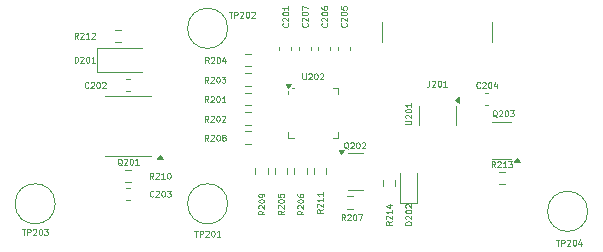
<source format=gbr>
%TF.GenerationSoftware,KiCad,Pcbnew,9.0.0*%
%TF.CreationDate,2025-03-06T17:29:06-05:00*%
%TF.ProjectId,USB-C-PD-Controller,5553422d-432d-4504-942d-436f6e74726f,rev?*%
%TF.SameCoordinates,Original*%
%TF.FileFunction,Legend,Top*%
%TF.FilePolarity,Positive*%
%FSLAX46Y46*%
G04 Gerber Fmt 4.6, Leading zero omitted, Abs format (unit mm)*
G04 Created by KiCad (PCBNEW 9.0.0) date 2025-03-06 17:29:06*
%MOMM*%
%LPD*%
G01*
G04 APERTURE LIST*
%ADD10C,0.076200*%
%ADD11C,0.120000*%
G04 APERTURE END LIST*
D10*
X138358666Y-108181349D02*
X138382857Y-108205540D01*
X138382857Y-108205540D02*
X138407047Y-108278111D01*
X138407047Y-108278111D02*
X138407047Y-108326492D01*
X138407047Y-108326492D02*
X138382857Y-108399064D01*
X138382857Y-108399064D02*
X138334476Y-108447445D01*
X138334476Y-108447445D02*
X138286095Y-108471635D01*
X138286095Y-108471635D02*
X138189333Y-108495826D01*
X138189333Y-108495826D02*
X138116761Y-108495826D01*
X138116761Y-108495826D02*
X138019999Y-108471635D01*
X138019999Y-108471635D02*
X137971618Y-108447445D01*
X137971618Y-108447445D02*
X137923237Y-108399064D01*
X137923237Y-108399064D02*
X137899047Y-108326492D01*
X137899047Y-108326492D02*
X137899047Y-108278111D01*
X137899047Y-108278111D02*
X137923237Y-108205540D01*
X137923237Y-108205540D02*
X137947428Y-108181349D01*
X137947428Y-107987826D02*
X137923237Y-107963635D01*
X137923237Y-107963635D02*
X137899047Y-107915254D01*
X137899047Y-107915254D02*
X137899047Y-107794302D01*
X137899047Y-107794302D02*
X137923237Y-107745921D01*
X137923237Y-107745921D02*
X137947428Y-107721730D01*
X137947428Y-107721730D02*
X137995809Y-107697540D01*
X137995809Y-107697540D02*
X138044190Y-107697540D01*
X138044190Y-107697540D02*
X138116761Y-107721730D01*
X138116761Y-107721730D02*
X138407047Y-108012016D01*
X138407047Y-108012016D02*
X138407047Y-107697540D01*
X137899047Y-107383063D02*
X137899047Y-107334682D01*
X137899047Y-107334682D02*
X137923237Y-107286301D01*
X137923237Y-107286301D02*
X137947428Y-107262111D01*
X137947428Y-107262111D02*
X137995809Y-107237920D01*
X137995809Y-107237920D02*
X138092571Y-107213730D01*
X138092571Y-107213730D02*
X138213523Y-107213730D01*
X138213523Y-107213730D02*
X138310285Y-107237920D01*
X138310285Y-107237920D02*
X138358666Y-107262111D01*
X138358666Y-107262111D02*
X138382857Y-107286301D01*
X138382857Y-107286301D02*
X138407047Y-107334682D01*
X138407047Y-107334682D02*
X138407047Y-107383063D01*
X138407047Y-107383063D02*
X138382857Y-107431444D01*
X138382857Y-107431444D02*
X138358666Y-107455635D01*
X138358666Y-107455635D02*
X138310285Y-107479825D01*
X138310285Y-107479825D02*
X138213523Y-107504016D01*
X138213523Y-107504016D02*
X138092571Y-107504016D01*
X138092571Y-107504016D02*
X137995809Y-107479825D01*
X137995809Y-107479825D02*
X137947428Y-107455635D01*
X137947428Y-107455635D02*
X137923237Y-107431444D01*
X137923237Y-107431444D02*
X137899047Y-107383063D01*
X137899047Y-106754110D02*
X137899047Y-106996015D01*
X137899047Y-106996015D02*
X138140952Y-107020206D01*
X138140952Y-107020206D02*
X138116761Y-106996015D01*
X138116761Y-106996015D02*
X138092571Y-106947634D01*
X138092571Y-106947634D02*
X138092571Y-106826682D01*
X138092571Y-106826682D02*
X138116761Y-106778301D01*
X138116761Y-106778301D02*
X138140952Y-106754110D01*
X138140952Y-106754110D02*
X138189333Y-106729920D01*
X138189333Y-106729920D02*
X138310285Y-106729920D01*
X138310285Y-106729920D02*
X138358666Y-106754110D01*
X138358666Y-106754110D02*
X138382857Y-106778301D01*
X138382857Y-106778301D02*
X138407047Y-106826682D01*
X138407047Y-106826682D02*
X138407047Y-106947634D01*
X138407047Y-106947634D02*
X138382857Y-106996015D01*
X138382857Y-106996015D02*
X138358666Y-107020206D01*
X126685523Y-118130920D02*
X126516189Y-117889015D01*
X126395237Y-118130920D02*
X126395237Y-117622920D01*
X126395237Y-117622920D02*
X126588761Y-117622920D01*
X126588761Y-117622920D02*
X126637142Y-117647110D01*
X126637142Y-117647110D02*
X126661332Y-117671301D01*
X126661332Y-117671301D02*
X126685523Y-117719682D01*
X126685523Y-117719682D02*
X126685523Y-117792253D01*
X126685523Y-117792253D02*
X126661332Y-117840634D01*
X126661332Y-117840634D02*
X126637142Y-117864825D01*
X126637142Y-117864825D02*
X126588761Y-117889015D01*
X126588761Y-117889015D02*
X126395237Y-117889015D01*
X126879046Y-117671301D02*
X126903237Y-117647110D01*
X126903237Y-117647110D02*
X126951618Y-117622920D01*
X126951618Y-117622920D02*
X127072570Y-117622920D01*
X127072570Y-117622920D02*
X127120951Y-117647110D01*
X127120951Y-117647110D02*
X127145142Y-117671301D01*
X127145142Y-117671301D02*
X127169332Y-117719682D01*
X127169332Y-117719682D02*
X127169332Y-117768063D01*
X127169332Y-117768063D02*
X127145142Y-117840634D01*
X127145142Y-117840634D02*
X126854856Y-118130920D01*
X126854856Y-118130920D02*
X127169332Y-118130920D01*
X127483809Y-117622920D02*
X127532190Y-117622920D01*
X127532190Y-117622920D02*
X127580571Y-117647110D01*
X127580571Y-117647110D02*
X127604761Y-117671301D01*
X127604761Y-117671301D02*
X127628952Y-117719682D01*
X127628952Y-117719682D02*
X127653142Y-117816444D01*
X127653142Y-117816444D02*
X127653142Y-117937396D01*
X127653142Y-117937396D02*
X127628952Y-118034158D01*
X127628952Y-118034158D02*
X127604761Y-118082539D01*
X127604761Y-118082539D02*
X127580571Y-118106730D01*
X127580571Y-118106730D02*
X127532190Y-118130920D01*
X127532190Y-118130920D02*
X127483809Y-118130920D01*
X127483809Y-118130920D02*
X127435428Y-118106730D01*
X127435428Y-118106730D02*
X127411237Y-118082539D01*
X127411237Y-118082539D02*
X127387047Y-118034158D01*
X127387047Y-118034158D02*
X127362856Y-117937396D01*
X127362856Y-117937396D02*
X127362856Y-117816444D01*
X127362856Y-117816444D02*
X127387047Y-117719682D01*
X127387047Y-117719682D02*
X127411237Y-117671301D01*
X127411237Y-117671301D02*
X127435428Y-117647110D01*
X127435428Y-117647110D02*
X127483809Y-117622920D01*
X127943428Y-117840634D02*
X127895047Y-117816444D01*
X127895047Y-117816444D02*
X127870857Y-117792253D01*
X127870857Y-117792253D02*
X127846666Y-117743872D01*
X127846666Y-117743872D02*
X127846666Y-117719682D01*
X127846666Y-117719682D02*
X127870857Y-117671301D01*
X127870857Y-117671301D02*
X127895047Y-117647110D01*
X127895047Y-117647110D02*
X127943428Y-117622920D01*
X127943428Y-117622920D02*
X128040190Y-117622920D01*
X128040190Y-117622920D02*
X128088571Y-117647110D01*
X128088571Y-117647110D02*
X128112762Y-117671301D01*
X128112762Y-117671301D02*
X128136952Y-117719682D01*
X128136952Y-117719682D02*
X128136952Y-117743872D01*
X128136952Y-117743872D02*
X128112762Y-117792253D01*
X128112762Y-117792253D02*
X128088571Y-117816444D01*
X128088571Y-117816444D02*
X128040190Y-117840634D01*
X128040190Y-117840634D02*
X127943428Y-117840634D01*
X127943428Y-117840634D02*
X127895047Y-117864825D01*
X127895047Y-117864825D02*
X127870857Y-117889015D01*
X127870857Y-117889015D02*
X127846666Y-117937396D01*
X127846666Y-117937396D02*
X127846666Y-118034158D01*
X127846666Y-118034158D02*
X127870857Y-118082539D01*
X127870857Y-118082539D02*
X127895047Y-118106730D01*
X127895047Y-118106730D02*
X127943428Y-118130920D01*
X127943428Y-118130920D02*
X128040190Y-118130920D01*
X128040190Y-118130920D02*
X128088571Y-118106730D01*
X128088571Y-118106730D02*
X128112762Y-118082539D01*
X128112762Y-118082539D02*
X128136952Y-118034158D01*
X128136952Y-118034158D02*
X128136952Y-117937396D01*
X128136952Y-117937396D02*
X128112762Y-117889015D01*
X128112762Y-117889015D02*
X128088571Y-117864825D01*
X128088571Y-117864825D02*
X128040190Y-117840634D01*
X136375047Y-123929349D02*
X136133142Y-124098683D01*
X136375047Y-124219635D02*
X135867047Y-124219635D01*
X135867047Y-124219635D02*
X135867047Y-124026111D01*
X135867047Y-124026111D02*
X135891237Y-123977730D01*
X135891237Y-123977730D02*
X135915428Y-123953540D01*
X135915428Y-123953540D02*
X135963809Y-123929349D01*
X135963809Y-123929349D02*
X136036380Y-123929349D01*
X136036380Y-123929349D02*
X136084761Y-123953540D01*
X136084761Y-123953540D02*
X136108952Y-123977730D01*
X136108952Y-123977730D02*
X136133142Y-124026111D01*
X136133142Y-124026111D02*
X136133142Y-124219635D01*
X135915428Y-123735826D02*
X135891237Y-123711635D01*
X135891237Y-123711635D02*
X135867047Y-123663254D01*
X135867047Y-123663254D02*
X135867047Y-123542302D01*
X135867047Y-123542302D02*
X135891237Y-123493921D01*
X135891237Y-123493921D02*
X135915428Y-123469730D01*
X135915428Y-123469730D02*
X135963809Y-123445540D01*
X135963809Y-123445540D02*
X136012190Y-123445540D01*
X136012190Y-123445540D02*
X136084761Y-123469730D01*
X136084761Y-123469730D02*
X136375047Y-123760016D01*
X136375047Y-123760016D02*
X136375047Y-123445540D01*
X136375047Y-122961730D02*
X136375047Y-123252016D01*
X136375047Y-123106873D02*
X135867047Y-123106873D01*
X135867047Y-123106873D02*
X135939618Y-123155254D01*
X135939618Y-123155254D02*
X135987999Y-123203635D01*
X135987999Y-123203635D02*
X136012190Y-123252016D01*
X136375047Y-122477920D02*
X136375047Y-122768206D01*
X136375047Y-122623063D02*
X135867047Y-122623063D01*
X135867047Y-122623063D02*
X135939618Y-122671444D01*
X135939618Y-122671444D02*
X135987999Y-122719825D01*
X135987999Y-122719825D02*
X136012190Y-122768206D01*
X145396856Y-113030547D02*
X145396856Y-113393404D01*
X145396856Y-113393404D02*
X145372665Y-113465976D01*
X145372665Y-113465976D02*
X145324284Y-113514357D01*
X145324284Y-113514357D02*
X145251713Y-113538547D01*
X145251713Y-113538547D02*
X145203332Y-113538547D01*
X145614570Y-113078928D02*
X145638761Y-113054737D01*
X145638761Y-113054737D02*
X145687142Y-113030547D01*
X145687142Y-113030547D02*
X145808094Y-113030547D01*
X145808094Y-113030547D02*
X145856475Y-113054737D01*
X145856475Y-113054737D02*
X145880666Y-113078928D01*
X145880666Y-113078928D02*
X145904856Y-113127309D01*
X145904856Y-113127309D02*
X145904856Y-113175690D01*
X145904856Y-113175690D02*
X145880666Y-113248261D01*
X145880666Y-113248261D02*
X145590380Y-113538547D01*
X145590380Y-113538547D02*
X145904856Y-113538547D01*
X146219333Y-113030547D02*
X146267714Y-113030547D01*
X146267714Y-113030547D02*
X146316095Y-113054737D01*
X146316095Y-113054737D02*
X146340285Y-113078928D01*
X146340285Y-113078928D02*
X146364476Y-113127309D01*
X146364476Y-113127309D02*
X146388666Y-113224071D01*
X146388666Y-113224071D02*
X146388666Y-113345023D01*
X146388666Y-113345023D02*
X146364476Y-113441785D01*
X146364476Y-113441785D02*
X146340285Y-113490166D01*
X146340285Y-113490166D02*
X146316095Y-113514357D01*
X146316095Y-113514357D02*
X146267714Y-113538547D01*
X146267714Y-113538547D02*
X146219333Y-113538547D01*
X146219333Y-113538547D02*
X146170952Y-113514357D01*
X146170952Y-113514357D02*
X146146761Y-113490166D01*
X146146761Y-113490166D02*
X146122571Y-113441785D01*
X146122571Y-113441785D02*
X146098380Y-113345023D01*
X146098380Y-113345023D02*
X146098380Y-113224071D01*
X146098380Y-113224071D02*
X146122571Y-113127309D01*
X146122571Y-113127309D02*
X146146761Y-113078928D01*
X146146761Y-113078928D02*
X146170952Y-113054737D01*
X146170952Y-113054737D02*
X146219333Y-113030547D01*
X146872476Y-113538547D02*
X146582190Y-113538547D01*
X146727333Y-113538547D02*
X146727333Y-113030547D01*
X146727333Y-113030547D02*
X146678952Y-113103118D01*
X146678952Y-113103118D02*
X146630571Y-113151499D01*
X146630571Y-113151499D02*
X146582190Y-113175690D01*
X133073047Y-124056349D02*
X132831142Y-124225683D01*
X133073047Y-124346635D02*
X132565047Y-124346635D01*
X132565047Y-124346635D02*
X132565047Y-124153111D01*
X132565047Y-124153111D02*
X132589237Y-124104730D01*
X132589237Y-124104730D02*
X132613428Y-124080540D01*
X132613428Y-124080540D02*
X132661809Y-124056349D01*
X132661809Y-124056349D02*
X132734380Y-124056349D01*
X132734380Y-124056349D02*
X132782761Y-124080540D01*
X132782761Y-124080540D02*
X132806952Y-124104730D01*
X132806952Y-124104730D02*
X132831142Y-124153111D01*
X132831142Y-124153111D02*
X132831142Y-124346635D01*
X132613428Y-123862826D02*
X132589237Y-123838635D01*
X132589237Y-123838635D02*
X132565047Y-123790254D01*
X132565047Y-123790254D02*
X132565047Y-123669302D01*
X132565047Y-123669302D02*
X132589237Y-123620921D01*
X132589237Y-123620921D02*
X132613428Y-123596730D01*
X132613428Y-123596730D02*
X132661809Y-123572540D01*
X132661809Y-123572540D02*
X132710190Y-123572540D01*
X132710190Y-123572540D02*
X132782761Y-123596730D01*
X132782761Y-123596730D02*
X133073047Y-123887016D01*
X133073047Y-123887016D02*
X133073047Y-123572540D01*
X132565047Y-123258063D02*
X132565047Y-123209682D01*
X132565047Y-123209682D02*
X132589237Y-123161301D01*
X132589237Y-123161301D02*
X132613428Y-123137111D01*
X132613428Y-123137111D02*
X132661809Y-123112920D01*
X132661809Y-123112920D02*
X132758571Y-123088730D01*
X132758571Y-123088730D02*
X132879523Y-123088730D01*
X132879523Y-123088730D02*
X132976285Y-123112920D01*
X132976285Y-123112920D02*
X133024666Y-123137111D01*
X133024666Y-123137111D02*
X133048857Y-123161301D01*
X133048857Y-123161301D02*
X133073047Y-123209682D01*
X133073047Y-123209682D02*
X133073047Y-123258063D01*
X133073047Y-123258063D02*
X133048857Y-123306444D01*
X133048857Y-123306444D02*
X133024666Y-123330635D01*
X133024666Y-123330635D02*
X132976285Y-123354825D01*
X132976285Y-123354825D02*
X132879523Y-123379016D01*
X132879523Y-123379016D02*
X132758571Y-123379016D01*
X132758571Y-123379016D02*
X132661809Y-123354825D01*
X132661809Y-123354825D02*
X132613428Y-123330635D01*
X132613428Y-123330635D02*
X132589237Y-123306444D01*
X132589237Y-123306444D02*
X132565047Y-123258063D01*
X132565047Y-122629110D02*
X132565047Y-122871015D01*
X132565047Y-122871015D02*
X132806952Y-122895206D01*
X132806952Y-122895206D02*
X132782761Y-122871015D01*
X132782761Y-122871015D02*
X132758571Y-122822634D01*
X132758571Y-122822634D02*
X132758571Y-122701682D01*
X132758571Y-122701682D02*
X132782761Y-122653301D01*
X132782761Y-122653301D02*
X132806952Y-122629110D01*
X132806952Y-122629110D02*
X132855333Y-122604920D01*
X132855333Y-122604920D02*
X132976285Y-122604920D01*
X132976285Y-122604920D02*
X133024666Y-122629110D01*
X133024666Y-122629110D02*
X133048857Y-122653301D01*
X133048857Y-122653301D02*
X133073047Y-122701682D01*
X133073047Y-122701682D02*
X133073047Y-122822634D01*
X133073047Y-122822634D02*
X133048857Y-122871015D01*
X133048857Y-122871015D02*
X133024666Y-122895206D01*
X125492141Y-125730547D02*
X125782427Y-125730547D01*
X125637284Y-126238547D02*
X125637284Y-125730547D01*
X125951761Y-126238547D02*
X125951761Y-125730547D01*
X125951761Y-125730547D02*
X126145285Y-125730547D01*
X126145285Y-125730547D02*
X126193666Y-125754737D01*
X126193666Y-125754737D02*
X126217856Y-125778928D01*
X126217856Y-125778928D02*
X126242047Y-125827309D01*
X126242047Y-125827309D02*
X126242047Y-125899880D01*
X126242047Y-125899880D02*
X126217856Y-125948261D01*
X126217856Y-125948261D02*
X126193666Y-125972452D01*
X126193666Y-125972452D02*
X126145285Y-125996642D01*
X126145285Y-125996642D02*
X125951761Y-125996642D01*
X126435570Y-125778928D02*
X126459761Y-125754737D01*
X126459761Y-125754737D02*
X126508142Y-125730547D01*
X126508142Y-125730547D02*
X126629094Y-125730547D01*
X126629094Y-125730547D02*
X126677475Y-125754737D01*
X126677475Y-125754737D02*
X126701666Y-125778928D01*
X126701666Y-125778928D02*
X126725856Y-125827309D01*
X126725856Y-125827309D02*
X126725856Y-125875690D01*
X126725856Y-125875690D02*
X126701666Y-125948261D01*
X126701666Y-125948261D02*
X126411380Y-126238547D01*
X126411380Y-126238547D02*
X126725856Y-126238547D01*
X127040333Y-125730547D02*
X127088714Y-125730547D01*
X127088714Y-125730547D02*
X127137095Y-125754737D01*
X127137095Y-125754737D02*
X127161285Y-125778928D01*
X127161285Y-125778928D02*
X127185476Y-125827309D01*
X127185476Y-125827309D02*
X127209666Y-125924071D01*
X127209666Y-125924071D02*
X127209666Y-126045023D01*
X127209666Y-126045023D02*
X127185476Y-126141785D01*
X127185476Y-126141785D02*
X127161285Y-126190166D01*
X127161285Y-126190166D02*
X127137095Y-126214357D01*
X127137095Y-126214357D02*
X127088714Y-126238547D01*
X127088714Y-126238547D02*
X127040333Y-126238547D01*
X127040333Y-126238547D02*
X126991952Y-126214357D01*
X126991952Y-126214357D02*
X126967761Y-126190166D01*
X126967761Y-126190166D02*
X126943571Y-126141785D01*
X126943571Y-126141785D02*
X126919380Y-126045023D01*
X126919380Y-126045023D02*
X126919380Y-125924071D01*
X126919380Y-125924071D02*
X126943571Y-125827309D01*
X126943571Y-125827309D02*
X126967761Y-125778928D01*
X126967761Y-125778928D02*
X126991952Y-125754737D01*
X126991952Y-125754737D02*
X127040333Y-125730547D01*
X127693476Y-126238547D02*
X127403190Y-126238547D01*
X127548333Y-126238547D02*
X127548333Y-125730547D01*
X127548333Y-125730547D02*
X127499952Y-125803118D01*
X127499952Y-125803118D02*
X127451571Y-125851499D01*
X127451571Y-125851499D02*
X127403190Y-125875690D01*
X131422047Y-124056349D02*
X131180142Y-124225683D01*
X131422047Y-124346635D02*
X130914047Y-124346635D01*
X130914047Y-124346635D02*
X130914047Y-124153111D01*
X130914047Y-124153111D02*
X130938237Y-124104730D01*
X130938237Y-124104730D02*
X130962428Y-124080540D01*
X130962428Y-124080540D02*
X131010809Y-124056349D01*
X131010809Y-124056349D02*
X131083380Y-124056349D01*
X131083380Y-124056349D02*
X131131761Y-124080540D01*
X131131761Y-124080540D02*
X131155952Y-124104730D01*
X131155952Y-124104730D02*
X131180142Y-124153111D01*
X131180142Y-124153111D02*
X131180142Y-124346635D01*
X130962428Y-123862826D02*
X130938237Y-123838635D01*
X130938237Y-123838635D02*
X130914047Y-123790254D01*
X130914047Y-123790254D02*
X130914047Y-123669302D01*
X130914047Y-123669302D02*
X130938237Y-123620921D01*
X130938237Y-123620921D02*
X130962428Y-123596730D01*
X130962428Y-123596730D02*
X131010809Y-123572540D01*
X131010809Y-123572540D02*
X131059190Y-123572540D01*
X131059190Y-123572540D02*
X131131761Y-123596730D01*
X131131761Y-123596730D02*
X131422047Y-123887016D01*
X131422047Y-123887016D02*
X131422047Y-123572540D01*
X130914047Y-123258063D02*
X130914047Y-123209682D01*
X130914047Y-123209682D02*
X130938237Y-123161301D01*
X130938237Y-123161301D02*
X130962428Y-123137111D01*
X130962428Y-123137111D02*
X131010809Y-123112920D01*
X131010809Y-123112920D02*
X131107571Y-123088730D01*
X131107571Y-123088730D02*
X131228523Y-123088730D01*
X131228523Y-123088730D02*
X131325285Y-123112920D01*
X131325285Y-123112920D02*
X131373666Y-123137111D01*
X131373666Y-123137111D02*
X131397857Y-123161301D01*
X131397857Y-123161301D02*
X131422047Y-123209682D01*
X131422047Y-123209682D02*
X131422047Y-123258063D01*
X131422047Y-123258063D02*
X131397857Y-123306444D01*
X131397857Y-123306444D02*
X131373666Y-123330635D01*
X131373666Y-123330635D02*
X131325285Y-123354825D01*
X131325285Y-123354825D02*
X131228523Y-123379016D01*
X131228523Y-123379016D02*
X131107571Y-123379016D01*
X131107571Y-123379016D02*
X131010809Y-123354825D01*
X131010809Y-123354825D02*
X130962428Y-123330635D01*
X130962428Y-123330635D02*
X130938237Y-123306444D01*
X130938237Y-123306444D02*
X130914047Y-123258063D01*
X131422047Y-122846825D02*
X131422047Y-122750063D01*
X131422047Y-122750063D02*
X131397857Y-122701682D01*
X131397857Y-122701682D02*
X131373666Y-122677491D01*
X131373666Y-122677491D02*
X131301095Y-122629110D01*
X131301095Y-122629110D02*
X131204333Y-122604920D01*
X131204333Y-122604920D02*
X131010809Y-122604920D01*
X131010809Y-122604920D02*
X130962428Y-122629110D01*
X130962428Y-122629110D02*
X130938237Y-122653301D01*
X130938237Y-122653301D02*
X130914047Y-122701682D01*
X130914047Y-122701682D02*
X130914047Y-122798444D01*
X130914047Y-122798444D02*
X130938237Y-122846825D01*
X130938237Y-122846825D02*
X130962428Y-122871015D01*
X130962428Y-122871015D02*
X131010809Y-122895206D01*
X131010809Y-122895206D02*
X131131761Y-122895206D01*
X131131761Y-122895206D02*
X131180142Y-122871015D01*
X131180142Y-122871015D02*
X131204333Y-122846825D01*
X131204333Y-122846825D02*
X131228523Y-122798444D01*
X131228523Y-122798444D02*
X131228523Y-122701682D01*
X131228523Y-122701682D02*
X131204333Y-122653301D01*
X131204333Y-122653301D02*
X131180142Y-122629110D01*
X131180142Y-122629110D02*
X131131761Y-122604920D01*
X110889141Y-125603547D02*
X111179427Y-125603547D01*
X111034284Y-126111547D02*
X111034284Y-125603547D01*
X111348761Y-126111547D02*
X111348761Y-125603547D01*
X111348761Y-125603547D02*
X111542285Y-125603547D01*
X111542285Y-125603547D02*
X111590666Y-125627737D01*
X111590666Y-125627737D02*
X111614856Y-125651928D01*
X111614856Y-125651928D02*
X111639047Y-125700309D01*
X111639047Y-125700309D02*
X111639047Y-125772880D01*
X111639047Y-125772880D02*
X111614856Y-125821261D01*
X111614856Y-125821261D02*
X111590666Y-125845452D01*
X111590666Y-125845452D02*
X111542285Y-125869642D01*
X111542285Y-125869642D02*
X111348761Y-125869642D01*
X111832570Y-125651928D02*
X111856761Y-125627737D01*
X111856761Y-125627737D02*
X111905142Y-125603547D01*
X111905142Y-125603547D02*
X112026094Y-125603547D01*
X112026094Y-125603547D02*
X112074475Y-125627737D01*
X112074475Y-125627737D02*
X112098666Y-125651928D01*
X112098666Y-125651928D02*
X112122856Y-125700309D01*
X112122856Y-125700309D02*
X112122856Y-125748690D01*
X112122856Y-125748690D02*
X112098666Y-125821261D01*
X112098666Y-125821261D02*
X111808380Y-126111547D01*
X111808380Y-126111547D02*
X112122856Y-126111547D01*
X112437333Y-125603547D02*
X112485714Y-125603547D01*
X112485714Y-125603547D02*
X112534095Y-125627737D01*
X112534095Y-125627737D02*
X112558285Y-125651928D01*
X112558285Y-125651928D02*
X112582476Y-125700309D01*
X112582476Y-125700309D02*
X112606666Y-125797071D01*
X112606666Y-125797071D02*
X112606666Y-125918023D01*
X112606666Y-125918023D02*
X112582476Y-126014785D01*
X112582476Y-126014785D02*
X112558285Y-126063166D01*
X112558285Y-126063166D02*
X112534095Y-126087357D01*
X112534095Y-126087357D02*
X112485714Y-126111547D01*
X112485714Y-126111547D02*
X112437333Y-126111547D01*
X112437333Y-126111547D02*
X112388952Y-126087357D01*
X112388952Y-126087357D02*
X112364761Y-126063166D01*
X112364761Y-126063166D02*
X112340571Y-126014785D01*
X112340571Y-126014785D02*
X112316380Y-125918023D01*
X112316380Y-125918023D02*
X112316380Y-125797071D01*
X112316380Y-125797071D02*
X112340571Y-125700309D01*
X112340571Y-125700309D02*
X112364761Y-125651928D01*
X112364761Y-125651928D02*
X112388952Y-125627737D01*
X112388952Y-125627737D02*
X112437333Y-125603547D01*
X112776000Y-125603547D02*
X113090476Y-125603547D01*
X113090476Y-125603547D02*
X112921143Y-125797071D01*
X112921143Y-125797071D02*
X112993714Y-125797071D01*
X112993714Y-125797071D02*
X113042095Y-125821261D01*
X113042095Y-125821261D02*
X113066286Y-125845452D01*
X113066286Y-125845452D02*
X113090476Y-125893833D01*
X113090476Y-125893833D02*
X113090476Y-126014785D01*
X113090476Y-126014785D02*
X113066286Y-126063166D01*
X113066286Y-126063166D02*
X113042095Y-126087357D01*
X113042095Y-126087357D02*
X112993714Y-126111547D01*
X112993714Y-126111547D02*
X112848571Y-126111547D01*
X112848571Y-126111547D02*
X112800190Y-126087357D01*
X112800190Y-126087357D02*
X112776000Y-126063166D01*
X128415141Y-107188547D02*
X128705427Y-107188547D01*
X128560284Y-107696547D02*
X128560284Y-107188547D01*
X128874761Y-107696547D02*
X128874761Y-107188547D01*
X128874761Y-107188547D02*
X129068285Y-107188547D01*
X129068285Y-107188547D02*
X129116666Y-107212737D01*
X129116666Y-107212737D02*
X129140856Y-107236928D01*
X129140856Y-107236928D02*
X129165047Y-107285309D01*
X129165047Y-107285309D02*
X129165047Y-107357880D01*
X129165047Y-107357880D02*
X129140856Y-107406261D01*
X129140856Y-107406261D02*
X129116666Y-107430452D01*
X129116666Y-107430452D02*
X129068285Y-107454642D01*
X129068285Y-107454642D02*
X128874761Y-107454642D01*
X129358570Y-107236928D02*
X129382761Y-107212737D01*
X129382761Y-107212737D02*
X129431142Y-107188547D01*
X129431142Y-107188547D02*
X129552094Y-107188547D01*
X129552094Y-107188547D02*
X129600475Y-107212737D01*
X129600475Y-107212737D02*
X129624666Y-107236928D01*
X129624666Y-107236928D02*
X129648856Y-107285309D01*
X129648856Y-107285309D02*
X129648856Y-107333690D01*
X129648856Y-107333690D02*
X129624666Y-107406261D01*
X129624666Y-107406261D02*
X129334380Y-107696547D01*
X129334380Y-107696547D02*
X129648856Y-107696547D01*
X129963333Y-107188547D02*
X130011714Y-107188547D01*
X130011714Y-107188547D02*
X130060095Y-107212737D01*
X130060095Y-107212737D02*
X130084285Y-107236928D01*
X130084285Y-107236928D02*
X130108476Y-107285309D01*
X130108476Y-107285309D02*
X130132666Y-107382071D01*
X130132666Y-107382071D02*
X130132666Y-107503023D01*
X130132666Y-107503023D02*
X130108476Y-107599785D01*
X130108476Y-107599785D02*
X130084285Y-107648166D01*
X130084285Y-107648166D02*
X130060095Y-107672357D01*
X130060095Y-107672357D02*
X130011714Y-107696547D01*
X130011714Y-107696547D02*
X129963333Y-107696547D01*
X129963333Y-107696547D02*
X129914952Y-107672357D01*
X129914952Y-107672357D02*
X129890761Y-107648166D01*
X129890761Y-107648166D02*
X129866571Y-107599785D01*
X129866571Y-107599785D02*
X129842380Y-107503023D01*
X129842380Y-107503023D02*
X129842380Y-107382071D01*
X129842380Y-107382071D02*
X129866571Y-107285309D01*
X129866571Y-107285309D02*
X129890761Y-107236928D01*
X129890761Y-107236928D02*
X129914952Y-107212737D01*
X129914952Y-107212737D02*
X129963333Y-107188547D01*
X130326190Y-107236928D02*
X130350381Y-107212737D01*
X130350381Y-107212737D02*
X130398762Y-107188547D01*
X130398762Y-107188547D02*
X130519714Y-107188547D01*
X130519714Y-107188547D02*
X130568095Y-107212737D01*
X130568095Y-107212737D02*
X130592286Y-107236928D01*
X130592286Y-107236928D02*
X130616476Y-107285309D01*
X130616476Y-107285309D02*
X130616476Y-107333690D01*
X130616476Y-107333690D02*
X130592286Y-107406261D01*
X130592286Y-107406261D02*
X130302000Y-107696547D01*
X130302000Y-107696547D02*
X130616476Y-107696547D01*
X143868047Y-125235635D02*
X143360047Y-125235635D01*
X143360047Y-125235635D02*
X143360047Y-125114683D01*
X143360047Y-125114683D02*
X143384237Y-125042111D01*
X143384237Y-125042111D02*
X143432618Y-124993730D01*
X143432618Y-124993730D02*
X143480999Y-124969540D01*
X143480999Y-124969540D02*
X143577761Y-124945349D01*
X143577761Y-124945349D02*
X143650333Y-124945349D01*
X143650333Y-124945349D02*
X143747095Y-124969540D01*
X143747095Y-124969540D02*
X143795476Y-124993730D01*
X143795476Y-124993730D02*
X143843857Y-125042111D01*
X143843857Y-125042111D02*
X143868047Y-125114683D01*
X143868047Y-125114683D02*
X143868047Y-125235635D01*
X143408428Y-124751826D02*
X143384237Y-124727635D01*
X143384237Y-124727635D02*
X143360047Y-124679254D01*
X143360047Y-124679254D02*
X143360047Y-124558302D01*
X143360047Y-124558302D02*
X143384237Y-124509921D01*
X143384237Y-124509921D02*
X143408428Y-124485730D01*
X143408428Y-124485730D02*
X143456809Y-124461540D01*
X143456809Y-124461540D02*
X143505190Y-124461540D01*
X143505190Y-124461540D02*
X143577761Y-124485730D01*
X143577761Y-124485730D02*
X143868047Y-124776016D01*
X143868047Y-124776016D02*
X143868047Y-124461540D01*
X143360047Y-124147063D02*
X143360047Y-124098682D01*
X143360047Y-124098682D02*
X143384237Y-124050301D01*
X143384237Y-124050301D02*
X143408428Y-124026111D01*
X143408428Y-124026111D02*
X143456809Y-124001920D01*
X143456809Y-124001920D02*
X143553571Y-123977730D01*
X143553571Y-123977730D02*
X143674523Y-123977730D01*
X143674523Y-123977730D02*
X143771285Y-124001920D01*
X143771285Y-124001920D02*
X143819666Y-124026111D01*
X143819666Y-124026111D02*
X143843857Y-124050301D01*
X143843857Y-124050301D02*
X143868047Y-124098682D01*
X143868047Y-124098682D02*
X143868047Y-124147063D01*
X143868047Y-124147063D02*
X143843857Y-124195444D01*
X143843857Y-124195444D02*
X143819666Y-124219635D01*
X143819666Y-124219635D02*
X143771285Y-124243825D01*
X143771285Y-124243825D02*
X143674523Y-124268016D01*
X143674523Y-124268016D02*
X143553571Y-124268016D01*
X143553571Y-124268016D02*
X143456809Y-124243825D01*
X143456809Y-124243825D02*
X143408428Y-124219635D01*
X143408428Y-124219635D02*
X143384237Y-124195444D01*
X143384237Y-124195444D02*
X143360047Y-124147063D01*
X143408428Y-123784206D02*
X143384237Y-123760015D01*
X143384237Y-123760015D02*
X143360047Y-123711634D01*
X143360047Y-123711634D02*
X143360047Y-123590682D01*
X143360047Y-123590682D02*
X143384237Y-123542301D01*
X143384237Y-123542301D02*
X143408428Y-123518110D01*
X143408428Y-123518110D02*
X143456809Y-123493920D01*
X143456809Y-123493920D02*
X143505190Y-123493920D01*
X143505190Y-123493920D02*
X143577761Y-123518110D01*
X143577761Y-123518110D02*
X143868047Y-123808396D01*
X143868047Y-123808396D02*
X143868047Y-123493920D01*
X138532809Y-118814301D02*
X138484428Y-118790110D01*
X138484428Y-118790110D02*
X138436047Y-118741730D01*
X138436047Y-118741730D02*
X138363475Y-118669158D01*
X138363475Y-118669158D02*
X138315094Y-118644968D01*
X138315094Y-118644968D02*
X138266713Y-118644968D01*
X138290904Y-118765920D02*
X138242523Y-118741730D01*
X138242523Y-118741730D02*
X138194142Y-118693349D01*
X138194142Y-118693349D02*
X138169951Y-118596587D01*
X138169951Y-118596587D02*
X138169951Y-118427253D01*
X138169951Y-118427253D02*
X138194142Y-118330491D01*
X138194142Y-118330491D02*
X138242523Y-118282110D01*
X138242523Y-118282110D02*
X138290904Y-118257920D01*
X138290904Y-118257920D02*
X138387666Y-118257920D01*
X138387666Y-118257920D02*
X138436047Y-118282110D01*
X138436047Y-118282110D02*
X138484428Y-118330491D01*
X138484428Y-118330491D02*
X138508618Y-118427253D01*
X138508618Y-118427253D02*
X138508618Y-118596587D01*
X138508618Y-118596587D02*
X138484428Y-118693349D01*
X138484428Y-118693349D02*
X138436047Y-118741730D01*
X138436047Y-118741730D02*
X138387666Y-118765920D01*
X138387666Y-118765920D02*
X138290904Y-118765920D01*
X138702141Y-118306301D02*
X138726332Y-118282110D01*
X138726332Y-118282110D02*
X138774713Y-118257920D01*
X138774713Y-118257920D02*
X138895665Y-118257920D01*
X138895665Y-118257920D02*
X138944046Y-118282110D01*
X138944046Y-118282110D02*
X138968237Y-118306301D01*
X138968237Y-118306301D02*
X138992427Y-118354682D01*
X138992427Y-118354682D02*
X138992427Y-118403063D01*
X138992427Y-118403063D02*
X138968237Y-118475634D01*
X138968237Y-118475634D02*
X138677951Y-118765920D01*
X138677951Y-118765920D02*
X138992427Y-118765920D01*
X139306904Y-118257920D02*
X139355285Y-118257920D01*
X139355285Y-118257920D02*
X139403666Y-118282110D01*
X139403666Y-118282110D02*
X139427856Y-118306301D01*
X139427856Y-118306301D02*
X139452047Y-118354682D01*
X139452047Y-118354682D02*
X139476237Y-118451444D01*
X139476237Y-118451444D02*
X139476237Y-118572396D01*
X139476237Y-118572396D02*
X139452047Y-118669158D01*
X139452047Y-118669158D02*
X139427856Y-118717539D01*
X139427856Y-118717539D02*
X139403666Y-118741730D01*
X139403666Y-118741730D02*
X139355285Y-118765920D01*
X139355285Y-118765920D02*
X139306904Y-118765920D01*
X139306904Y-118765920D02*
X139258523Y-118741730D01*
X139258523Y-118741730D02*
X139234332Y-118717539D01*
X139234332Y-118717539D02*
X139210142Y-118669158D01*
X139210142Y-118669158D02*
X139185951Y-118572396D01*
X139185951Y-118572396D02*
X139185951Y-118451444D01*
X139185951Y-118451444D02*
X139210142Y-118354682D01*
X139210142Y-118354682D02*
X139234332Y-118306301D01*
X139234332Y-118306301D02*
X139258523Y-118282110D01*
X139258523Y-118282110D02*
X139306904Y-118257920D01*
X139669761Y-118306301D02*
X139693952Y-118282110D01*
X139693952Y-118282110D02*
X139742333Y-118257920D01*
X139742333Y-118257920D02*
X139863285Y-118257920D01*
X139863285Y-118257920D02*
X139911666Y-118282110D01*
X139911666Y-118282110D02*
X139935857Y-118306301D01*
X139935857Y-118306301D02*
X139960047Y-118354682D01*
X139960047Y-118354682D02*
X139960047Y-118403063D01*
X139960047Y-118403063D02*
X139935857Y-118475634D01*
X139935857Y-118475634D02*
X139645571Y-118765920D01*
X139645571Y-118765920D02*
X139960047Y-118765920D01*
X134638142Y-112415920D02*
X134638142Y-112827158D01*
X134638142Y-112827158D02*
X134662332Y-112875539D01*
X134662332Y-112875539D02*
X134686523Y-112899730D01*
X134686523Y-112899730D02*
X134734904Y-112923920D01*
X134734904Y-112923920D02*
X134831666Y-112923920D01*
X134831666Y-112923920D02*
X134880047Y-112899730D01*
X134880047Y-112899730D02*
X134904237Y-112875539D01*
X134904237Y-112875539D02*
X134928428Y-112827158D01*
X134928428Y-112827158D02*
X134928428Y-112415920D01*
X135146141Y-112464301D02*
X135170332Y-112440110D01*
X135170332Y-112440110D02*
X135218713Y-112415920D01*
X135218713Y-112415920D02*
X135339665Y-112415920D01*
X135339665Y-112415920D02*
X135388046Y-112440110D01*
X135388046Y-112440110D02*
X135412237Y-112464301D01*
X135412237Y-112464301D02*
X135436427Y-112512682D01*
X135436427Y-112512682D02*
X135436427Y-112561063D01*
X135436427Y-112561063D02*
X135412237Y-112633634D01*
X135412237Y-112633634D02*
X135121951Y-112923920D01*
X135121951Y-112923920D02*
X135436427Y-112923920D01*
X135750904Y-112415920D02*
X135799285Y-112415920D01*
X135799285Y-112415920D02*
X135847666Y-112440110D01*
X135847666Y-112440110D02*
X135871856Y-112464301D01*
X135871856Y-112464301D02*
X135896047Y-112512682D01*
X135896047Y-112512682D02*
X135920237Y-112609444D01*
X135920237Y-112609444D02*
X135920237Y-112730396D01*
X135920237Y-112730396D02*
X135896047Y-112827158D01*
X135896047Y-112827158D02*
X135871856Y-112875539D01*
X135871856Y-112875539D02*
X135847666Y-112899730D01*
X135847666Y-112899730D02*
X135799285Y-112923920D01*
X135799285Y-112923920D02*
X135750904Y-112923920D01*
X135750904Y-112923920D02*
X135702523Y-112899730D01*
X135702523Y-112899730D02*
X135678332Y-112875539D01*
X135678332Y-112875539D02*
X135654142Y-112827158D01*
X135654142Y-112827158D02*
X135629951Y-112730396D01*
X135629951Y-112730396D02*
X135629951Y-112609444D01*
X135629951Y-112609444D02*
X135654142Y-112512682D01*
X135654142Y-112512682D02*
X135678332Y-112464301D01*
X135678332Y-112464301D02*
X135702523Y-112440110D01*
X135702523Y-112440110D02*
X135750904Y-112415920D01*
X136113761Y-112464301D02*
X136137952Y-112440110D01*
X136137952Y-112440110D02*
X136186333Y-112415920D01*
X136186333Y-112415920D02*
X136307285Y-112415920D01*
X136307285Y-112415920D02*
X136355666Y-112440110D01*
X136355666Y-112440110D02*
X136379857Y-112464301D01*
X136379857Y-112464301D02*
X136404047Y-112512682D01*
X136404047Y-112512682D02*
X136404047Y-112561063D01*
X136404047Y-112561063D02*
X136379857Y-112633634D01*
X136379857Y-112633634D02*
X136089571Y-112923920D01*
X136089571Y-112923920D02*
X136404047Y-112923920D01*
X156101141Y-126492547D02*
X156391427Y-126492547D01*
X156246284Y-127000547D02*
X156246284Y-126492547D01*
X156560761Y-127000547D02*
X156560761Y-126492547D01*
X156560761Y-126492547D02*
X156754285Y-126492547D01*
X156754285Y-126492547D02*
X156802666Y-126516737D01*
X156802666Y-126516737D02*
X156826856Y-126540928D01*
X156826856Y-126540928D02*
X156851047Y-126589309D01*
X156851047Y-126589309D02*
X156851047Y-126661880D01*
X156851047Y-126661880D02*
X156826856Y-126710261D01*
X156826856Y-126710261D02*
X156802666Y-126734452D01*
X156802666Y-126734452D02*
X156754285Y-126758642D01*
X156754285Y-126758642D02*
X156560761Y-126758642D01*
X157044570Y-126540928D02*
X157068761Y-126516737D01*
X157068761Y-126516737D02*
X157117142Y-126492547D01*
X157117142Y-126492547D02*
X157238094Y-126492547D01*
X157238094Y-126492547D02*
X157286475Y-126516737D01*
X157286475Y-126516737D02*
X157310666Y-126540928D01*
X157310666Y-126540928D02*
X157334856Y-126589309D01*
X157334856Y-126589309D02*
X157334856Y-126637690D01*
X157334856Y-126637690D02*
X157310666Y-126710261D01*
X157310666Y-126710261D02*
X157020380Y-127000547D01*
X157020380Y-127000547D02*
X157334856Y-127000547D01*
X157649333Y-126492547D02*
X157697714Y-126492547D01*
X157697714Y-126492547D02*
X157746095Y-126516737D01*
X157746095Y-126516737D02*
X157770285Y-126540928D01*
X157770285Y-126540928D02*
X157794476Y-126589309D01*
X157794476Y-126589309D02*
X157818666Y-126686071D01*
X157818666Y-126686071D02*
X157818666Y-126807023D01*
X157818666Y-126807023D02*
X157794476Y-126903785D01*
X157794476Y-126903785D02*
X157770285Y-126952166D01*
X157770285Y-126952166D02*
X157746095Y-126976357D01*
X157746095Y-126976357D02*
X157697714Y-127000547D01*
X157697714Y-127000547D02*
X157649333Y-127000547D01*
X157649333Y-127000547D02*
X157600952Y-126976357D01*
X157600952Y-126976357D02*
X157576761Y-126952166D01*
X157576761Y-126952166D02*
X157552571Y-126903785D01*
X157552571Y-126903785D02*
X157528380Y-126807023D01*
X157528380Y-126807023D02*
X157528380Y-126686071D01*
X157528380Y-126686071D02*
X157552571Y-126589309D01*
X157552571Y-126589309D02*
X157576761Y-126540928D01*
X157576761Y-126540928D02*
X157600952Y-126516737D01*
X157600952Y-126516737D02*
X157649333Y-126492547D01*
X158254095Y-126661880D02*
X158254095Y-127000547D01*
X158133143Y-126468357D02*
X158012190Y-126831214D01*
X158012190Y-126831214D02*
X158326667Y-126831214D01*
X150942523Y-120370047D02*
X150773189Y-120128142D01*
X150652237Y-120370047D02*
X150652237Y-119862047D01*
X150652237Y-119862047D02*
X150845761Y-119862047D01*
X150845761Y-119862047D02*
X150894142Y-119886237D01*
X150894142Y-119886237D02*
X150918332Y-119910428D01*
X150918332Y-119910428D02*
X150942523Y-119958809D01*
X150942523Y-119958809D02*
X150942523Y-120031380D01*
X150942523Y-120031380D02*
X150918332Y-120079761D01*
X150918332Y-120079761D02*
X150894142Y-120103952D01*
X150894142Y-120103952D02*
X150845761Y-120128142D01*
X150845761Y-120128142D02*
X150652237Y-120128142D01*
X151136046Y-119910428D02*
X151160237Y-119886237D01*
X151160237Y-119886237D02*
X151208618Y-119862047D01*
X151208618Y-119862047D02*
X151329570Y-119862047D01*
X151329570Y-119862047D02*
X151377951Y-119886237D01*
X151377951Y-119886237D02*
X151402142Y-119910428D01*
X151402142Y-119910428D02*
X151426332Y-119958809D01*
X151426332Y-119958809D02*
X151426332Y-120007190D01*
X151426332Y-120007190D02*
X151402142Y-120079761D01*
X151402142Y-120079761D02*
X151111856Y-120370047D01*
X151111856Y-120370047D02*
X151426332Y-120370047D01*
X151910142Y-120370047D02*
X151619856Y-120370047D01*
X151764999Y-120370047D02*
X151764999Y-119862047D01*
X151764999Y-119862047D02*
X151716618Y-119934618D01*
X151716618Y-119934618D02*
X151668237Y-119982999D01*
X151668237Y-119982999D02*
X151619856Y-120007190D01*
X152079476Y-119862047D02*
X152393952Y-119862047D01*
X152393952Y-119862047D02*
X152224619Y-120055571D01*
X152224619Y-120055571D02*
X152297190Y-120055571D01*
X152297190Y-120055571D02*
X152345571Y-120079761D01*
X152345571Y-120079761D02*
X152369762Y-120103952D01*
X152369762Y-120103952D02*
X152393952Y-120152333D01*
X152393952Y-120152333D02*
X152393952Y-120273285D01*
X152393952Y-120273285D02*
X152369762Y-120321666D01*
X152369762Y-120321666D02*
X152345571Y-120345857D01*
X152345571Y-120345857D02*
X152297190Y-120370047D01*
X152297190Y-120370047D02*
X152152047Y-120370047D01*
X152152047Y-120370047D02*
X152103666Y-120345857D01*
X152103666Y-120345857D02*
X152079476Y-120321666D01*
X115346237Y-111506547D02*
X115346237Y-110998547D01*
X115346237Y-110998547D02*
X115467189Y-110998547D01*
X115467189Y-110998547D02*
X115539761Y-111022737D01*
X115539761Y-111022737D02*
X115588142Y-111071118D01*
X115588142Y-111071118D02*
X115612332Y-111119499D01*
X115612332Y-111119499D02*
X115636523Y-111216261D01*
X115636523Y-111216261D02*
X115636523Y-111288833D01*
X115636523Y-111288833D02*
X115612332Y-111385595D01*
X115612332Y-111385595D02*
X115588142Y-111433976D01*
X115588142Y-111433976D02*
X115539761Y-111482357D01*
X115539761Y-111482357D02*
X115467189Y-111506547D01*
X115467189Y-111506547D02*
X115346237Y-111506547D01*
X115830046Y-111046928D02*
X115854237Y-111022737D01*
X115854237Y-111022737D02*
X115902618Y-110998547D01*
X115902618Y-110998547D02*
X116023570Y-110998547D01*
X116023570Y-110998547D02*
X116071951Y-111022737D01*
X116071951Y-111022737D02*
X116096142Y-111046928D01*
X116096142Y-111046928D02*
X116120332Y-111095309D01*
X116120332Y-111095309D02*
X116120332Y-111143690D01*
X116120332Y-111143690D02*
X116096142Y-111216261D01*
X116096142Y-111216261D02*
X115805856Y-111506547D01*
X115805856Y-111506547D02*
X116120332Y-111506547D01*
X116434809Y-110998547D02*
X116483190Y-110998547D01*
X116483190Y-110998547D02*
X116531571Y-111022737D01*
X116531571Y-111022737D02*
X116555761Y-111046928D01*
X116555761Y-111046928D02*
X116579952Y-111095309D01*
X116579952Y-111095309D02*
X116604142Y-111192071D01*
X116604142Y-111192071D02*
X116604142Y-111313023D01*
X116604142Y-111313023D02*
X116579952Y-111409785D01*
X116579952Y-111409785D02*
X116555761Y-111458166D01*
X116555761Y-111458166D02*
X116531571Y-111482357D01*
X116531571Y-111482357D02*
X116483190Y-111506547D01*
X116483190Y-111506547D02*
X116434809Y-111506547D01*
X116434809Y-111506547D02*
X116386428Y-111482357D01*
X116386428Y-111482357D02*
X116362237Y-111458166D01*
X116362237Y-111458166D02*
X116338047Y-111409785D01*
X116338047Y-111409785D02*
X116313856Y-111313023D01*
X116313856Y-111313023D02*
X116313856Y-111192071D01*
X116313856Y-111192071D02*
X116338047Y-111095309D01*
X116338047Y-111095309D02*
X116362237Y-111046928D01*
X116362237Y-111046928D02*
X116386428Y-111022737D01*
X116386428Y-111022737D02*
X116434809Y-110998547D01*
X117087952Y-111506547D02*
X116797666Y-111506547D01*
X116942809Y-111506547D02*
X116942809Y-110998547D01*
X116942809Y-110998547D02*
X116894428Y-111071118D01*
X116894428Y-111071118D02*
X116846047Y-111119499D01*
X116846047Y-111119499D02*
X116797666Y-111143690D01*
X151105809Y-116103428D02*
X151057428Y-116079237D01*
X151057428Y-116079237D02*
X151009047Y-116030857D01*
X151009047Y-116030857D02*
X150936475Y-115958285D01*
X150936475Y-115958285D02*
X150888094Y-115934095D01*
X150888094Y-115934095D02*
X150839713Y-115934095D01*
X150863904Y-116055047D02*
X150815523Y-116030857D01*
X150815523Y-116030857D02*
X150767142Y-115982476D01*
X150767142Y-115982476D02*
X150742951Y-115885714D01*
X150742951Y-115885714D02*
X150742951Y-115716380D01*
X150742951Y-115716380D02*
X150767142Y-115619618D01*
X150767142Y-115619618D02*
X150815523Y-115571237D01*
X150815523Y-115571237D02*
X150863904Y-115547047D01*
X150863904Y-115547047D02*
X150960666Y-115547047D01*
X150960666Y-115547047D02*
X151009047Y-115571237D01*
X151009047Y-115571237D02*
X151057428Y-115619618D01*
X151057428Y-115619618D02*
X151081618Y-115716380D01*
X151081618Y-115716380D02*
X151081618Y-115885714D01*
X151081618Y-115885714D02*
X151057428Y-115982476D01*
X151057428Y-115982476D02*
X151009047Y-116030857D01*
X151009047Y-116030857D02*
X150960666Y-116055047D01*
X150960666Y-116055047D02*
X150863904Y-116055047D01*
X151275141Y-115595428D02*
X151299332Y-115571237D01*
X151299332Y-115571237D02*
X151347713Y-115547047D01*
X151347713Y-115547047D02*
X151468665Y-115547047D01*
X151468665Y-115547047D02*
X151517046Y-115571237D01*
X151517046Y-115571237D02*
X151541237Y-115595428D01*
X151541237Y-115595428D02*
X151565427Y-115643809D01*
X151565427Y-115643809D02*
X151565427Y-115692190D01*
X151565427Y-115692190D02*
X151541237Y-115764761D01*
X151541237Y-115764761D02*
X151250951Y-116055047D01*
X151250951Y-116055047D02*
X151565427Y-116055047D01*
X151879904Y-115547047D02*
X151928285Y-115547047D01*
X151928285Y-115547047D02*
X151976666Y-115571237D01*
X151976666Y-115571237D02*
X152000856Y-115595428D01*
X152000856Y-115595428D02*
X152025047Y-115643809D01*
X152025047Y-115643809D02*
X152049237Y-115740571D01*
X152049237Y-115740571D02*
X152049237Y-115861523D01*
X152049237Y-115861523D02*
X152025047Y-115958285D01*
X152025047Y-115958285D02*
X152000856Y-116006666D01*
X152000856Y-116006666D02*
X151976666Y-116030857D01*
X151976666Y-116030857D02*
X151928285Y-116055047D01*
X151928285Y-116055047D02*
X151879904Y-116055047D01*
X151879904Y-116055047D02*
X151831523Y-116030857D01*
X151831523Y-116030857D02*
X151807332Y-116006666D01*
X151807332Y-116006666D02*
X151783142Y-115958285D01*
X151783142Y-115958285D02*
X151758951Y-115861523D01*
X151758951Y-115861523D02*
X151758951Y-115740571D01*
X151758951Y-115740571D02*
X151783142Y-115643809D01*
X151783142Y-115643809D02*
X151807332Y-115595428D01*
X151807332Y-115595428D02*
X151831523Y-115571237D01*
X151831523Y-115571237D02*
X151879904Y-115547047D01*
X152218571Y-115547047D02*
X152533047Y-115547047D01*
X152533047Y-115547047D02*
X152363714Y-115740571D01*
X152363714Y-115740571D02*
X152436285Y-115740571D01*
X152436285Y-115740571D02*
X152484666Y-115764761D01*
X152484666Y-115764761D02*
X152508857Y-115788952D01*
X152508857Y-115788952D02*
X152533047Y-115837333D01*
X152533047Y-115837333D02*
X152533047Y-115958285D01*
X152533047Y-115958285D02*
X152508857Y-116006666D01*
X152508857Y-116006666D02*
X152484666Y-116030857D01*
X152484666Y-116030857D02*
X152436285Y-116055047D01*
X152436285Y-116055047D02*
X152291142Y-116055047D01*
X152291142Y-116055047D02*
X152242761Y-116030857D01*
X152242761Y-116030857D02*
X152218571Y-116006666D01*
X149672523Y-113617166D02*
X149648332Y-113641357D01*
X149648332Y-113641357D02*
X149575761Y-113665547D01*
X149575761Y-113665547D02*
X149527380Y-113665547D01*
X149527380Y-113665547D02*
X149454808Y-113641357D01*
X149454808Y-113641357D02*
X149406427Y-113592976D01*
X149406427Y-113592976D02*
X149382237Y-113544595D01*
X149382237Y-113544595D02*
X149358046Y-113447833D01*
X149358046Y-113447833D02*
X149358046Y-113375261D01*
X149358046Y-113375261D02*
X149382237Y-113278499D01*
X149382237Y-113278499D02*
X149406427Y-113230118D01*
X149406427Y-113230118D02*
X149454808Y-113181737D01*
X149454808Y-113181737D02*
X149527380Y-113157547D01*
X149527380Y-113157547D02*
X149575761Y-113157547D01*
X149575761Y-113157547D02*
X149648332Y-113181737D01*
X149648332Y-113181737D02*
X149672523Y-113205928D01*
X149866046Y-113205928D02*
X149890237Y-113181737D01*
X149890237Y-113181737D02*
X149938618Y-113157547D01*
X149938618Y-113157547D02*
X150059570Y-113157547D01*
X150059570Y-113157547D02*
X150107951Y-113181737D01*
X150107951Y-113181737D02*
X150132142Y-113205928D01*
X150132142Y-113205928D02*
X150156332Y-113254309D01*
X150156332Y-113254309D02*
X150156332Y-113302690D01*
X150156332Y-113302690D02*
X150132142Y-113375261D01*
X150132142Y-113375261D02*
X149841856Y-113665547D01*
X149841856Y-113665547D02*
X150156332Y-113665547D01*
X150470809Y-113157547D02*
X150519190Y-113157547D01*
X150519190Y-113157547D02*
X150567571Y-113181737D01*
X150567571Y-113181737D02*
X150591761Y-113205928D01*
X150591761Y-113205928D02*
X150615952Y-113254309D01*
X150615952Y-113254309D02*
X150640142Y-113351071D01*
X150640142Y-113351071D02*
X150640142Y-113472023D01*
X150640142Y-113472023D02*
X150615952Y-113568785D01*
X150615952Y-113568785D02*
X150591761Y-113617166D01*
X150591761Y-113617166D02*
X150567571Y-113641357D01*
X150567571Y-113641357D02*
X150519190Y-113665547D01*
X150519190Y-113665547D02*
X150470809Y-113665547D01*
X150470809Y-113665547D02*
X150422428Y-113641357D01*
X150422428Y-113641357D02*
X150398237Y-113617166D01*
X150398237Y-113617166D02*
X150374047Y-113568785D01*
X150374047Y-113568785D02*
X150349856Y-113472023D01*
X150349856Y-113472023D02*
X150349856Y-113351071D01*
X150349856Y-113351071D02*
X150374047Y-113254309D01*
X150374047Y-113254309D02*
X150398237Y-113205928D01*
X150398237Y-113205928D02*
X150422428Y-113181737D01*
X150422428Y-113181737D02*
X150470809Y-113157547D01*
X151075571Y-113326880D02*
X151075571Y-113665547D01*
X150954619Y-113133357D02*
X150833666Y-113496214D01*
X150833666Y-113496214D02*
X151148143Y-113496214D01*
X115636523Y-109474547D02*
X115467189Y-109232642D01*
X115346237Y-109474547D02*
X115346237Y-108966547D01*
X115346237Y-108966547D02*
X115539761Y-108966547D01*
X115539761Y-108966547D02*
X115588142Y-108990737D01*
X115588142Y-108990737D02*
X115612332Y-109014928D01*
X115612332Y-109014928D02*
X115636523Y-109063309D01*
X115636523Y-109063309D02*
X115636523Y-109135880D01*
X115636523Y-109135880D02*
X115612332Y-109184261D01*
X115612332Y-109184261D02*
X115588142Y-109208452D01*
X115588142Y-109208452D02*
X115539761Y-109232642D01*
X115539761Y-109232642D02*
X115346237Y-109232642D01*
X115830046Y-109014928D02*
X115854237Y-108990737D01*
X115854237Y-108990737D02*
X115902618Y-108966547D01*
X115902618Y-108966547D02*
X116023570Y-108966547D01*
X116023570Y-108966547D02*
X116071951Y-108990737D01*
X116071951Y-108990737D02*
X116096142Y-109014928D01*
X116096142Y-109014928D02*
X116120332Y-109063309D01*
X116120332Y-109063309D02*
X116120332Y-109111690D01*
X116120332Y-109111690D02*
X116096142Y-109184261D01*
X116096142Y-109184261D02*
X115805856Y-109474547D01*
X115805856Y-109474547D02*
X116120332Y-109474547D01*
X116604142Y-109474547D02*
X116313856Y-109474547D01*
X116458999Y-109474547D02*
X116458999Y-108966547D01*
X116458999Y-108966547D02*
X116410618Y-109039118D01*
X116410618Y-109039118D02*
X116362237Y-109087499D01*
X116362237Y-109087499D02*
X116313856Y-109111690D01*
X116797666Y-109014928D02*
X116821857Y-108990737D01*
X116821857Y-108990737D02*
X116870238Y-108966547D01*
X116870238Y-108966547D02*
X116991190Y-108966547D01*
X116991190Y-108966547D02*
X117039571Y-108990737D01*
X117039571Y-108990737D02*
X117063762Y-109014928D01*
X117063762Y-109014928D02*
X117087952Y-109063309D01*
X117087952Y-109063309D02*
X117087952Y-109111690D01*
X117087952Y-109111690D02*
X117063762Y-109184261D01*
X117063762Y-109184261D02*
X116773476Y-109474547D01*
X116773476Y-109474547D02*
X117087952Y-109474547D01*
X133405666Y-108181349D02*
X133429857Y-108205540D01*
X133429857Y-108205540D02*
X133454047Y-108278111D01*
X133454047Y-108278111D02*
X133454047Y-108326492D01*
X133454047Y-108326492D02*
X133429857Y-108399064D01*
X133429857Y-108399064D02*
X133381476Y-108447445D01*
X133381476Y-108447445D02*
X133333095Y-108471635D01*
X133333095Y-108471635D02*
X133236333Y-108495826D01*
X133236333Y-108495826D02*
X133163761Y-108495826D01*
X133163761Y-108495826D02*
X133066999Y-108471635D01*
X133066999Y-108471635D02*
X133018618Y-108447445D01*
X133018618Y-108447445D02*
X132970237Y-108399064D01*
X132970237Y-108399064D02*
X132946047Y-108326492D01*
X132946047Y-108326492D02*
X132946047Y-108278111D01*
X132946047Y-108278111D02*
X132970237Y-108205540D01*
X132970237Y-108205540D02*
X132994428Y-108181349D01*
X132994428Y-107987826D02*
X132970237Y-107963635D01*
X132970237Y-107963635D02*
X132946047Y-107915254D01*
X132946047Y-107915254D02*
X132946047Y-107794302D01*
X132946047Y-107794302D02*
X132970237Y-107745921D01*
X132970237Y-107745921D02*
X132994428Y-107721730D01*
X132994428Y-107721730D02*
X133042809Y-107697540D01*
X133042809Y-107697540D02*
X133091190Y-107697540D01*
X133091190Y-107697540D02*
X133163761Y-107721730D01*
X133163761Y-107721730D02*
X133454047Y-108012016D01*
X133454047Y-108012016D02*
X133454047Y-107697540D01*
X132946047Y-107383063D02*
X132946047Y-107334682D01*
X132946047Y-107334682D02*
X132970237Y-107286301D01*
X132970237Y-107286301D02*
X132994428Y-107262111D01*
X132994428Y-107262111D02*
X133042809Y-107237920D01*
X133042809Y-107237920D02*
X133139571Y-107213730D01*
X133139571Y-107213730D02*
X133260523Y-107213730D01*
X133260523Y-107213730D02*
X133357285Y-107237920D01*
X133357285Y-107237920D02*
X133405666Y-107262111D01*
X133405666Y-107262111D02*
X133429857Y-107286301D01*
X133429857Y-107286301D02*
X133454047Y-107334682D01*
X133454047Y-107334682D02*
X133454047Y-107383063D01*
X133454047Y-107383063D02*
X133429857Y-107431444D01*
X133429857Y-107431444D02*
X133405666Y-107455635D01*
X133405666Y-107455635D02*
X133357285Y-107479825D01*
X133357285Y-107479825D02*
X133260523Y-107504016D01*
X133260523Y-107504016D02*
X133139571Y-107504016D01*
X133139571Y-107504016D02*
X133042809Y-107479825D01*
X133042809Y-107479825D02*
X132994428Y-107455635D01*
X132994428Y-107455635D02*
X132970237Y-107431444D01*
X132970237Y-107431444D02*
X132946047Y-107383063D01*
X133454047Y-106729920D02*
X133454047Y-107020206D01*
X133454047Y-106875063D02*
X132946047Y-106875063D01*
X132946047Y-106875063D02*
X133018618Y-106923444D01*
X133018618Y-106923444D02*
X133066999Y-106971825D01*
X133066999Y-106971825D02*
X133091190Y-107020206D01*
X138242523Y-124861920D02*
X138073189Y-124620015D01*
X137952237Y-124861920D02*
X137952237Y-124353920D01*
X137952237Y-124353920D02*
X138145761Y-124353920D01*
X138145761Y-124353920D02*
X138194142Y-124378110D01*
X138194142Y-124378110D02*
X138218332Y-124402301D01*
X138218332Y-124402301D02*
X138242523Y-124450682D01*
X138242523Y-124450682D02*
X138242523Y-124523253D01*
X138242523Y-124523253D02*
X138218332Y-124571634D01*
X138218332Y-124571634D02*
X138194142Y-124595825D01*
X138194142Y-124595825D02*
X138145761Y-124620015D01*
X138145761Y-124620015D02*
X137952237Y-124620015D01*
X138436046Y-124402301D02*
X138460237Y-124378110D01*
X138460237Y-124378110D02*
X138508618Y-124353920D01*
X138508618Y-124353920D02*
X138629570Y-124353920D01*
X138629570Y-124353920D02*
X138677951Y-124378110D01*
X138677951Y-124378110D02*
X138702142Y-124402301D01*
X138702142Y-124402301D02*
X138726332Y-124450682D01*
X138726332Y-124450682D02*
X138726332Y-124499063D01*
X138726332Y-124499063D02*
X138702142Y-124571634D01*
X138702142Y-124571634D02*
X138411856Y-124861920D01*
X138411856Y-124861920D02*
X138726332Y-124861920D01*
X139040809Y-124353920D02*
X139089190Y-124353920D01*
X139089190Y-124353920D02*
X139137571Y-124378110D01*
X139137571Y-124378110D02*
X139161761Y-124402301D01*
X139161761Y-124402301D02*
X139185952Y-124450682D01*
X139185952Y-124450682D02*
X139210142Y-124547444D01*
X139210142Y-124547444D02*
X139210142Y-124668396D01*
X139210142Y-124668396D02*
X139185952Y-124765158D01*
X139185952Y-124765158D02*
X139161761Y-124813539D01*
X139161761Y-124813539D02*
X139137571Y-124837730D01*
X139137571Y-124837730D02*
X139089190Y-124861920D01*
X139089190Y-124861920D02*
X139040809Y-124861920D01*
X139040809Y-124861920D02*
X138992428Y-124837730D01*
X138992428Y-124837730D02*
X138968237Y-124813539D01*
X138968237Y-124813539D02*
X138944047Y-124765158D01*
X138944047Y-124765158D02*
X138919856Y-124668396D01*
X138919856Y-124668396D02*
X138919856Y-124547444D01*
X138919856Y-124547444D02*
X138944047Y-124450682D01*
X138944047Y-124450682D02*
X138968237Y-124402301D01*
X138968237Y-124402301D02*
X138992428Y-124378110D01*
X138992428Y-124378110D02*
X139040809Y-124353920D01*
X139379476Y-124353920D02*
X139718143Y-124353920D01*
X139718143Y-124353920D02*
X139500428Y-124861920D01*
X119355809Y-120190928D02*
X119307428Y-120166737D01*
X119307428Y-120166737D02*
X119259047Y-120118357D01*
X119259047Y-120118357D02*
X119186475Y-120045785D01*
X119186475Y-120045785D02*
X119138094Y-120021595D01*
X119138094Y-120021595D02*
X119089713Y-120021595D01*
X119113904Y-120142547D02*
X119065523Y-120118357D01*
X119065523Y-120118357D02*
X119017142Y-120069976D01*
X119017142Y-120069976D02*
X118992951Y-119973214D01*
X118992951Y-119973214D02*
X118992951Y-119803880D01*
X118992951Y-119803880D02*
X119017142Y-119707118D01*
X119017142Y-119707118D02*
X119065523Y-119658737D01*
X119065523Y-119658737D02*
X119113904Y-119634547D01*
X119113904Y-119634547D02*
X119210666Y-119634547D01*
X119210666Y-119634547D02*
X119259047Y-119658737D01*
X119259047Y-119658737D02*
X119307428Y-119707118D01*
X119307428Y-119707118D02*
X119331618Y-119803880D01*
X119331618Y-119803880D02*
X119331618Y-119973214D01*
X119331618Y-119973214D02*
X119307428Y-120069976D01*
X119307428Y-120069976D02*
X119259047Y-120118357D01*
X119259047Y-120118357D02*
X119210666Y-120142547D01*
X119210666Y-120142547D02*
X119113904Y-120142547D01*
X119525141Y-119682928D02*
X119549332Y-119658737D01*
X119549332Y-119658737D02*
X119597713Y-119634547D01*
X119597713Y-119634547D02*
X119718665Y-119634547D01*
X119718665Y-119634547D02*
X119767046Y-119658737D01*
X119767046Y-119658737D02*
X119791237Y-119682928D01*
X119791237Y-119682928D02*
X119815427Y-119731309D01*
X119815427Y-119731309D02*
X119815427Y-119779690D01*
X119815427Y-119779690D02*
X119791237Y-119852261D01*
X119791237Y-119852261D02*
X119500951Y-120142547D01*
X119500951Y-120142547D02*
X119815427Y-120142547D01*
X120129904Y-119634547D02*
X120178285Y-119634547D01*
X120178285Y-119634547D02*
X120226666Y-119658737D01*
X120226666Y-119658737D02*
X120250856Y-119682928D01*
X120250856Y-119682928D02*
X120275047Y-119731309D01*
X120275047Y-119731309D02*
X120299237Y-119828071D01*
X120299237Y-119828071D02*
X120299237Y-119949023D01*
X120299237Y-119949023D02*
X120275047Y-120045785D01*
X120275047Y-120045785D02*
X120250856Y-120094166D01*
X120250856Y-120094166D02*
X120226666Y-120118357D01*
X120226666Y-120118357D02*
X120178285Y-120142547D01*
X120178285Y-120142547D02*
X120129904Y-120142547D01*
X120129904Y-120142547D02*
X120081523Y-120118357D01*
X120081523Y-120118357D02*
X120057332Y-120094166D01*
X120057332Y-120094166D02*
X120033142Y-120045785D01*
X120033142Y-120045785D02*
X120008951Y-119949023D01*
X120008951Y-119949023D02*
X120008951Y-119828071D01*
X120008951Y-119828071D02*
X120033142Y-119731309D01*
X120033142Y-119731309D02*
X120057332Y-119682928D01*
X120057332Y-119682928D02*
X120081523Y-119658737D01*
X120081523Y-119658737D02*
X120129904Y-119634547D01*
X120783047Y-120142547D02*
X120492761Y-120142547D01*
X120637904Y-120142547D02*
X120637904Y-119634547D01*
X120637904Y-119634547D02*
X120589523Y-119707118D01*
X120589523Y-119707118D02*
X120541142Y-119755499D01*
X120541142Y-119755499D02*
X120492761Y-119779690D01*
X126670523Y-113212920D02*
X126501189Y-112971015D01*
X126380237Y-113212920D02*
X126380237Y-112704920D01*
X126380237Y-112704920D02*
X126573761Y-112704920D01*
X126573761Y-112704920D02*
X126622142Y-112729110D01*
X126622142Y-112729110D02*
X126646332Y-112753301D01*
X126646332Y-112753301D02*
X126670523Y-112801682D01*
X126670523Y-112801682D02*
X126670523Y-112874253D01*
X126670523Y-112874253D02*
X126646332Y-112922634D01*
X126646332Y-112922634D02*
X126622142Y-112946825D01*
X126622142Y-112946825D02*
X126573761Y-112971015D01*
X126573761Y-112971015D02*
X126380237Y-112971015D01*
X126864046Y-112753301D02*
X126888237Y-112729110D01*
X126888237Y-112729110D02*
X126936618Y-112704920D01*
X126936618Y-112704920D02*
X127057570Y-112704920D01*
X127057570Y-112704920D02*
X127105951Y-112729110D01*
X127105951Y-112729110D02*
X127130142Y-112753301D01*
X127130142Y-112753301D02*
X127154332Y-112801682D01*
X127154332Y-112801682D02*
X127154332Y-112850063D01*
X127154332Y-112850063D02*
X127130142Y-112922634D01*
X127130142Y-112922634D02*
X126839856Y-113212920D01*
X126839856Y-113212920D02*
X127154332Y-113212920D01*
X127468809Y-112704920D02*
X127517190Y-112704920D01*
X127517190Y-112704920D02*
X127565571Y-112729110D01*
X127565571Y-112729110D02*
X127589761Y-112753301D01*
X127589761Y-112753301D02*
X127613952Y-112801682D01*
X127613952Y-112801682D02*
X127638142Y-112898444D01*
X127638142Y-112898444D02*
X127638142Y-113019396D01*
X127638142Y-113019396D02*
X127613952Y-113116158D01*
X127613952Y-113116158D02*
X127589761Y-113164539D01*
X127589761Y-113164539D02*
X127565571Y-113188730D01*
X127565571Y-113188730D02*
X127517190Y-113212920D01*
X127517190Y-113212920D02*
X127468809Y-113212920D01*
X127468809Y-113212920D02*
X127420428Y-113188730D01*
X127420428Y-113188730D02*
X127396237Y-113164539D01*
X127396237Y-113164539D02*
X127372047Y-113116158D01*
X127372047Y-113116158D02*
X127347856Y-113019396D01*
X127347856Y-113019396D02*
X127347856Y-112898444D01*
X127347856Y-112898444D02*
X127372047Y-112801682D01*
X127372047Y-112801682D02*
X127396237Y-112753301D01*
X127396237Y-112753301D02*
X127420428Y-112729110D01*
X127420428Y-112729110D02*
X127468809Y-112704920D01*
X127807476Y-112704920D02*
X128121952Y-112704920D01*
X128121952Y-112704920D02*
X127952619Y-112898444D01*
X127952619Y-112898444D02*
X128025190Y-112898444D01*
X128025190Y-112898444D02*
X128073571Y-112922634D01*
X128073571Y-112922634D02*
X128097762Y-112946825D01*
X128097762Y-112946825D02*
X128121952Y-112995206D01*
X128121952Y-112995206D02*
X128121952Y-113116158D01*
X128121952Y-113116158D02*
X128097762Y-113164539D01*
X128097762Y-113164539D02*
X128073571Y-113188730D01*
X128073571Y-113188730D02*
X128025190Y-113212920D01*
X128025190Y-113212920D02*
X127880047Y-113212920D01*
X127880047Y-113212920D02*
X127831666Y-113188730D01*
X127831666Y-113188730D02*
X127807476Y-113164539D01*
X116525523Y-113617166D02*
X116501332Y-113641357D01*
X116501332Y-113641357D02*
X116428761Y-113665547D01*
X116428761Y-113665547D02*
X116380380Y-113665547D01*
X116380380Y-113665547D02*
X116307808Y-113641357D01*
X116307808Y-113641357D02*
X116259427Y-113592976D01*
X116259427Y-113592976D02*
X116235237Y-113544595D01*
X116235237Y-113544595D02*
X116211046Y-113447833D01*
X116211046Y-113447833D02*
X116211046Y-113375261D01*
X116211046Y-113375261D02*
X116235237Y-113278499D01*
X116235237Y-113278499D02*
X116259427Y-113230118D01*
X116259427Y-113230118D02*
X116307808Y-113181737D01*
X116307808Y-113181737D02*
X116380380Y-113157547D01*
X116380380Y-113157547D02*
X116428761Y-113157547D01*
X116428761Y-113157547D02*
X116501332Y-113181737D01*
X116501332Y-113181737D02*
X116525523Y-113205928D01*
X116719046Y-113205928D02*
X116743237Y-113181737D01*
X116743237Y-113181737D02*
X116791618Y-113157547D01*
X116791618Y-113157547D02*
X116912570Y-113157547D01*
X116912570Y-113157547D02*
X116960951Y-113181737D01*
X116960951Y-113181737D02*
X116985142Y-113205928D01*
X116985142Y-113205928D02*
X117009332Y-113254309D01*
X117009332Y-113254309D02*
X117009332Y-113302690D01*
X117009332Y-113302690D02*
X116985142Y-113375261D01*
X116985142Y-113375261D02*
X116694856Y-113665547D01*
X116694856Y-113665547D02*
X117009332Y-113665547D01*
X117323809Y-113157547D02*
X117372190Y-113157547D01*
X117372190Y-113157547D02*
X117420571Y-113181737D01*
X117420571Y-113181737D02*
X117444761Y-113205928D01*
X117444761Y-113205928D02*
X117468952Y-113254309D01*
X117468952Y-113254309D02*
X117493142Y-113351071D01*
X117493142Y-113351071D02*
X117493142Y-113472023D01*
X117493142Y-113472023D02*
X117468952Y-113568785D01*
X117468952Y-113568785D02*
X117444761Y-113617166D01*
X117444761Y-113617166D02*
X117420571Y-113641357D01*
X117420571Y-113641357D02*
X117372190Y-113665547D01*
X117372190Y-113665547D02*
X117323809Y-113665547D01*
X117323809Y-113665547D02*
X117275428Y-113641357D01*
X117275428Y-113641357D02*
X117251237Y-113617166D01*
X117251237Y-113617166D02*
X117227047Y-113568785D01*
X117227047Y-113568785D02*
X117202856Y-113472023D01*
X117202856Y-113472023D02*
X117202856Y-113351071D01*
X117202856Y-113351071D02*
X117227047Y-113254309D01*
X117227047Y-113254309D02*
X117251237Y-113205928D01*
X117251237Y-113205928D02*
X117275428Y-113181737D01*
X117275428Y-113181737D02*
X117323809Y-113157547D01*
X117686666Y-113205928D02*
X117710857Y-113181737D01*
X117710857Y-113181737D02*
X117759238Y-113157547D01*
X117759238Y-113157547D02*
X117880190Y-113157547D01*
X117880190Y-113157547D02*
X117928571Y-113181737D01*
X117928571Y-113181737D02*
X117952762Y-113205928D01*
X117952762Y-113205928D02*
X117976952Y-113254309D01*
X117976952Y-113254309D02*
X117976952Y-113302690D01*
X117976952Y-113302690D02*
X117952762Y-113375261D01*
X117952762Y-113375261D02*
X117662476Y-113665547D01*
X117662476Y-113665547D02*
X117976952Y-113665547D01*
X126668523Y-116514920D02*
X126499189Y-116273015D01*
X126378237Y-116514920D02*
X126378237Y-116006920D01*
X126378237Y-116006920D02*
X126571761Y-116006920D01*
X126571761Y-116006920D02*
X126620142Y-116031110D01*
X126620142Y-116031110D02*
X126644332Y-116055301D01*
X126644332Y-116055301D02*
X126668523Y-116103682D01*
X126668523Y-116103682D02*
X126668523Y-116176253D01*
X126668523Y-116176253D02*
X126644332Y-116224634D01*
X126644332Y-116224634D02*
X126620142Y-116248825D01*
X126620142Y-116248825D02*
X126571761Y-116273015D01*
X126571761Y-116273015D02*
X126378237Y-116273015D01*
X126862046Y-116055301D02*
X126886237Y-116031110D01*
X126886237Y-116031110D02*
X126934618Y-116006920D01*
X126934618Y-116006920D02*
X127055570Y-116006920D01*
X127055570Y-116006920D02*
X127103951Y-116031110D01*
X127103951Y-116031110D02*
X127128142Y-116055301D01*
X127128142Y-116055301D02*
X127152332Y-116103682D01*
X127152332Y-116103682D02*
X127152332Y-116152063D01*
X127152332Y-116152063D02*
X127128142Y-116224634D01*
X127128142Y-116224634D02*
X126837856Y-116514920D01*
X126837856Y-116514920D02*
X127152332Y-116514920D01*
X127466809Y-116006920D02*
X127515190Y-116006920D01*
X127515190Y-116006920D02*
X127563571Y-116031110D01*
X127563571Y-116031110D02*
X127587761Y-116055301D01*
X127587761Y-116055301D02*
X127611952Y-116103682D01*
X127611952Y-116103682D02*
X127636142Y-116200444D01*
X127636142Y-116200444D02*
X127636142Y-116321396D01*
X127636142Y-116321396D02*
X127611952Y-116418158D01*
X127611952Y-116418158D02*
X127587761Y-116466539D01*
X127587761Y-116466539D02*
X127563571Y-116490730D01*
X127563571Y-116490730D02*
X127515190Y-116514920D01*
X127515190Y-116514920D02*
X127466809Y-116514920D01*
X127466809Y-116514920D02*
X127418428Y-116490730D01*
X127418428Y-116490730D02*
X127394237Y-116466539D01*
X127394237Y-116466539D02*
X127370047Y-116418158D01*
X127370047Y-116418158D02*
X127345856Y-116321396D01*
X127345856Y-116321396D02*
X127345856Y-116200444D01*
X127345856Y-116200444D02*
X127370047Y-116103682D01*
X127370047Y-116103682D02*
X127394237Y-116055301D01*
X127394237Y-116055301D02*
X127418428Y-116031110D01*
X127418428Y-116031110D02*
X127466809Y-116006920D01*
X127829666Y-116055301D02*
X127853857Y-116031110D01*
X127853857Y-116031110D02*
X127902238Y-116006920D01*
X127902238Y-116006920D02*
X128023190Y-116006920D01*
X128023190Y-116006920D02*
X128071571Y-116031110D01*
X128071571Y-116031110D02*
X128095762Y-116055301D01*
X128095762Y-116055301D02*
X128119952Y-116103682D01*
X128119952Y-116103682D02*
X128119952Y-116152063D01*
X128119952Y-116152063D02*
X128095762Y-116224634D01*
X128095762Y-116224634D02*
X127805476Y-116514920D01*
X127805476Y-116514920D02*
X128119952Y-116514920D01*
X143360047Y-116718357D02*
X143771285Y-116718357D01*
X143771285Y-116718357D02*
X143819666Y-116694167D01*
X143819666Y-116694167D02*
X143843857Y-116669976D01*
X143843857Y-116669976D02*
X143868047Y-116621595D01*
X143868047Y-116621595D02*
X143868047Y-116524833D01*
X143868047Y-116524833D02*
X143843857Y-116476452D01*
X143843857Y-116476452D02*
X143819666Y-116452262D01*
X143819666Y-116452262D02*
X143771285Y-116428071D01*
X143771285Y-116428071D02*
X143360047Y-116428071D01*
X143408428Y-116210358D02*
X143384237Y-116186167D01*
X143384237Y-116186167D02*
X143360047Y-116137786D01*
X143360047Y-116137786D02*
X143360047Y-116016834D01*
X143360047Y-116016834D02*
X143384237Y-115968453D01*
X143384237Y-115968453D02*
X143408428Y-115944262D01*
X143408428Y-115944262D02*
X143456809Y-115920072D01*
X143456809Y-115920072D02*
X143505190Y-115920072D01*
X143505190Y-115920072D02*
X143577761Y-115944262D01*
X143577761Y-115944262D02*
X143868047Y-116234548D01*
X143868047Y-116234548D02*
X143868047Y-115920072D01*
X143360047Y-115605595D02*
X143360047Y-115557214D01*
X143360047Y-115557214D02*
X143384237Y-115508833D01*
X143384237Y-115508833D02*
X143408428Y-115484643D01*
X143408428Y-115484643D02*
X143456809Y-115460452D01*
X143456809Y-115460452D02*
X143553571Y-115436262D01*
X143553571Y-115436262D02*
X143674523Y-115436262D01*
X143674523Y-115436262D02*
X143771285Y-115460452D01*
X143771285Y-115460452D02*
X143819666Y-115484643D01*
X143819666Y-115484643D02*
X143843857Y-115508833D01*
X143843857Y-115508833D02*
X143868047Y-115557214D01*
X143868047Y-115557214D02*
X143868047Y-115605595D01*
X143868047Y-115605595D02*
X143843857Y-115653976D01*
X143843857Y-115653976D02*
X143819666Y-115678167D01*
X143819666Y-115678167D02*
X143771285Y-115702357D01*
X143771285Y-115702357D02*
X143674523Y-115726548D01*
X143674523Y-115726548D02*
X143553571Y-115726548D01*
X143553571Y-115726548D02*
X143456809Y-115702357D01*
X143456809Y-115702357D02*
X143408428Y-115678167D01*
X143408428Y-115678167D02*
X143384237Y-115653976D01*
X143384237Y-115653976D02*
X143360047Y-115605595D01*
X143868047Y-114952452D02*
X143868047Y-115242738D01*
X143868047Y-115097595D02*
X143360047Y-115097595D01*
X143360047Y-115097595D02*
X143432618Y-115145976D01*
X143432618Y-115145976D02*
X143480999Y-115194357D01*
X143480999Y-115194357D02*
X143505190Y-115242738D01*
X134724047Y-124056349D02*
X134482142Y-124225683D01*
X134724047Y-124346635D02*
X134216047Y-124346635D01*
X134216047Y-124346635D02*
X134216047Y-124153111D01*
X134216047Y-124153111D02*
X134240237Y-124104730D01*
X134240237Y-124104730D02*
X134264428Y-124080540D01*
X134264428Y-124080540D02*
X134312809Y-124056349D01*
X134312809Y-124056349D02*
X134385380Y-124056349D01*
X134385380Y-124056349D02*
X134433761Y-124080540D01*
X134433761Y-124080540D02*
X134457952Y-124104730D01*
X134457952Y-124104730D02*
X134482142Y-124153111D01*
X134482142Y-124153111D02*
X134482142Y-124346635D01*
X134264428Y-123862826D02*
X134240237Y-123838635D01*
X134240237Y-123838635D02*
X134216047Y-123790254D01*
X134216047Y-123790254D02*
X134216047Y-123669302D01*
X134216047Y-123669302D02*
X134240237Y-123620921D01*
X134240237Y-123620921D02*
X134264428Y-123596730D01*
X134264428Y-123596730D02*
X134312809Y-123572540D01*
X134312809Y-123572540D02*
X134361190Y-123572540D01*
X134361190Y-123572540D02*
X134433761Y-123596730D01*
X134433761Y-123596730D02*
X134724047Y-123887016D01*
X134724047Y-123887016D02*
X134724047Y-123572540D01*
X134216047Y-123258063D02*
X134216047Y-123209682D01*
X134216047Y-123209682D02*
X134240237Y-123161301D01*
X134240237Y-123161301D02*
X134264428Y-123137111D01*
X134264428Y-123137111D02*
X134312809Y-123112920D01*
X134312809Y-123112920D02*
X134409571Y-123088730D01*
X134409571Y-123088730D02*
X134530523Y-123088730D01*
X134530523Y-123088730D02*
X134627285Y-123112920D01*
X134627285Y-123112920D02*
X134675666Y-123137111D01*
X134675666Y-123137111D02*
X134699857Y-123161301D01*
X134699857Y-123161301D02*
X134724047Y-123209682D01*
X134724047Y-123209682D02*
X134724047Y-123258063D01*
X134724047Y-123258063D02*
X134699857Y-123306444D01*
X134699857Y-123306444D02*
X134675666Y-123330635D01*
X134675666Y-123330635D02*
X134627285Y-123354825D01*
X134627285Y-123354825D02*
X134530523Y-123379016D01*
X134530523Y-123379016D02*
X134409571Y-123379016D01*
X134409571Y-123379016D02*
X134312809Y-123354825D01*
X134312809Y-123354825D02*
X134264428Y-123330635D01*
X134264428Y-123330635D02*
X134240237Y-123306444D01*
X134240237Y-123306444D02*
X134216047Y-123258063D01*
X134216047Y-122653301D02*
X134216047Y-122750063D01*
X134216047Y-122750063D02*
X134240237Y-122798444D01*
X134240237Y-122798444D02*
X134264428Y-122822634D01*
X134264428Y-122822634D02*
X134336999Y-122871015D01*
X134336999Y-122871015D02*
X134433761Y-122895206D01*
X134433761Y-122895206D02*
X134627285Y-122895206D01*
X134627285Y-122895206D02*
X134675666Y-122871015D01*
X134675666Y-122871015D02*
X134699857Y-122846825D01*
X134699857Y-122846825D02*
X134724047Y-122798444D01*
X134724047Y-122798444D02*
X134724047Y-122701682D01*
X134724047Y-122701682D02*
X134699857Y-122653301D01*
X134699857Y-122653301D02*
X134675666Y-122629110D01*
X134675666Y-122629110D02*
X134627285Y-122604920D01*
X134627285Y-122604920D02*
X134506333Y-122604920D01*
X134506333Y-122604920D02*
X134457952Y-122629110D01*
X134457952Y-122629110D02*
X134433761Y-122653301D01*
X134433761Y-122653301D02*
X134409571Y-122701682D01*
X134409571Y-122701682D02*
X134409571Y-122798444D01*
X134409571Y-122798444D02*
X134433761Y-122846825D01*
X134433761Y-122846825D02*
X134457952Y-122871015D01*
X134457952Y-122871015D02*
X134506333Y-122895206D01*
X126668523Y-114863920D02*
X126499189Y-114622015D01*
X126378237Y-114863920D02*
X126378237Y-114355920D01*
X126378237Y-114355920D02*
X126571761Y-114355920D01*
X126571761Y-114355920D02*
X126620142Y-114380110D01*
X126620142Y-114380110D02*
X126644332Y-114404301D01*
X126644332Y-114404301D02*
X126668523Y-114452682D01*
X126668523Y-114452682D02*
X126668523Y-114525253D01*
X126668523Y-114525253D02*
X126644332Y-114573634D01*
X126644332Y-114573634D02*
X126620142Y-114597825D01*
X126620142Y-114597825D02*
X126571761Y-114622015D01*
X126571761Y-114622015D02*
X126378237Y-114622015D01*
X126862046Y-114404301D02*
X126886237Y-114380110D01*
X126886237Y-114380110D02*
X126934618Y-114355920D01*
X126934618Y-114355920D02*
X127055570Y-114355920D01*
X127055570Y-114355920D02*
X127103951Y-114380110D01*
X127103951Y-114380110D02*
X127128142Y-114404301D01*
X127128142Y-114404301D02*
X127152332Y-114452682D01*
X127152332Y-114452682D02*
X127152332Y-114501063D01*
X127152332Y-114501063D02*
X127128142Y-114573634D01*
X127128142Y-114573634D02*
X126837856Y-114863920D01*
X126837856Y-114863920D02*
X127152332Y-114863920D01*
X127466809Y-114355920D02*
X127515190Y-114355920D01*
X127515190Y-114355920D02*
X127563571Y-114380110D01*
X127563571Y-114380110D02*
X127587761Y-114404301D01*
X127587761Y-114404301D02*
X127611952Y-114452682D01*
X127611952Y-114452682D02*
X127636142Y-114549444D01*
X127636142Y-114549444D02*
X127636142Y-114670396D01*
X127636142Y-114670396D02*
X127611952Y-114767158D01*
X127611952Y-114767158D02*
X127587761Y-114815539D01*
X127587761Y-114815539D02*
X127563571Y-114839730D01*
X127563571Y-114839730D02*
X127515190Y-114863920D01*
X127515190Y-114863920D02*
X127466809Y-114863920D01*
X127466809Y-114863920D02*
X127418428Y-114839730D01*
X127418428Y-114839730D02*
X127394237Y-114815539D01*
X127394237Y-114815539D02*
X127370047Y-114767158D01*
X127370047Y-114767158D02*
X127345856Y-114670396D01*
X127345856Y-114670396D02*
X127345856Y-114549444D01*
X127345856Y-114549444D02*
X127370047Y-114452682D01*
X127370047Y-114452682D02*
X127394237Y-114404301D01*
X127394237Y-114404301D02*
X127418428Y-114380110D01*
X127418428Y-114380110D02*
X127466809Y-114355920D01*
X128119952Y-114863920D02*
X127829666Y-114863920D01*
X127974809Y-114863920D02*
X127974809Y-114355920D01*
X127974809Y-114355920D02*
X127926428Y-114428491D01*
X127926428Y-114428491D02*
X127878047Y-114476872D01*
X127878047Y-114476872D02*
X127829666Y-114501063D01*
X122025023Y-122814166D02*
X122000832Y-122838357D01*
X122000832Y-122838357D02*
X121928261Y-122862547D01*
X121928261Y-122862547D02*
X121879880Y-122862547D01*
X121879880Y-122862547D02*
X121807308Y-122838357D01*
X121807308Y-122838357D02*
X121758927Y-122789976D01*
X121758927Y-122789976D02*
X121734737Y-122741595D01*
X121734737Y-122741595D02*
X121710546Y-122644833D01*
X121710546Y-122644833D02*
X121710546Y-122572261D01*
X121710546Y-122572261D02*
X121734737Y-122475499D01*
X121734737Y-122475499D02*
X121758927Y-122427118D01*
X121758927Y-122427118D02*
X121807308Y-122378737D01*
X121807308Y-122378737D02*
X121879880Y-122354547D01*
X121879880Y-122354547D02*
X121928261Y-122354547D01*
X121928261Y-122354547D02*
X122000832Y-122378737D01*
X122000832Y-122378737D02*
X122025023Y-122402928D01*
X122218546Y-122402928D02*
X122242737Y-122378737D01*
X122242737Y-122378737D02*
X122291118Y-122354547D01*
X122291118Y-122354547D02*
X122412070Y-122354547D01*
X122412070Y-122354547D02*
X122460451Y-122378737D01*
X122460451Y-122378737D02*
X122484642Y-122402928D01*
X122484642Y-122402928D02*
X122508832Y-122451309D01*
X122508832Y-122451309D02*
X122508832Y-122499690D01*
X122508832Y-122499690D02*
X122484642Y-122572261D01*
X122484642Y-122572261D02*
X122194356Y-122862547D01*
X122194356Y-122862547D02*
X122508832Y-122862547D01*
X122823309Y-122354547D02*
X122871690Y-122354547D01*
X122871690Y-122354547D02*
X122920071Y-122378737D01*
X122920071Y-122378737D02*
X122944261Y-122402928D01*
X122944261Y-122402928D02*
X122968452Y-122451309D01*
X122968452Y-122451309D02*
X122992642Y-122548071D01*
X122992642Y-122548071D02*
X122992642Y-122669023D01*
X122992642Y-122669023D02*
X122968452Y-122765785D01*
X122968452Y-122765785D02*
X122944261Y-122814166D01*
X122944261Y-122814166D02*
X122920071Y-122838357D01*
X122920071Y-122838357D02*
X122871690Y-122862547D01*
X122871690Y-122862547D02*
X122823309Y-122862547D01*
X122823309Y-122862547D02*
X122774928Y-122838357D01*
X122774928Y-122838357D02*
X122750737Y-122814166D01*
X122750737Y-122814166D02*
X122726547Y-122765785D01*
X122726547Y-122765785D02*
X122702356Y-122669023D01*
X122702356Y-122669023D02*
X122702356Y-122548071D01*
X122702356Y-122548071D02*
X122726547Y-122451309D01*
X122726547Y-122451309D02*
X122750737Y-122402928D01*
X122750737Y-122402928D02*
X122774928Y-122378737D01*
X122774928Y-122378737D02*
X122823309Y-122354547D01*
X123161976Y-122354547D02*
X123476452Y-122354547D01*
X123476452Y-122354547D02*
X123307119Y-122548071D01*
X123307119Y-122548071D02*
X123379690Y-122548071D01*
X123379690Y-122548071D02*
X123428071Y-122572261D01*
X123428071Y-122572261D02*
X123452262Y-122596452D01*
X123452262Y-122596452D02*
X123476452Y-122644833D01*
X123476452Y-122644833D02*
X123476452Y-122765785D01*
X123476452Y-122765785D02*
X123452262Y-122814166D01*
X123452262Y-122814166D02*
X123428071Y-122838357D01*
X123428071Y-122838357D02*
X123379690Y-122862547D01*
X123379690Y-122862547D02*
X123234547Y-122862547D01*
X123234547Y-122862547D02*
X123186166Y-122838357D01*
X123186166Y-122838357D02*
X123161976Y-122814166D01*
X136707666Y-108181349D02*
X136731857Y-108205540D01*
X136731857Y-108205540D02*
X136756047Y-108278111D01*
X136756047Y-108278111D02*
X136756047Y-108326492D01*
X136756047Y-108326492D02*
X136731857Y-108399064D01*
X136731857Y-108399064D02*
X136683476Y-108447445D01*
X136683476Y-108447445D02*
X136635095Y-108471635D01*
X136635095Y-108471635D02*
X136538333Y-108495826D01*
X136538333Y-108495826D02*
X136465761Y-108495826D01*
X136465761Y-108495826D02*
X136368999Y-108471635D01*
X136368999Y-108471635D02*
X136320618Y-108447445D01*
X136320618Y-108447445D02*
X136272237Y-108399064D01*
X136272237Y-108399064D02*
X136248047Y-108326492D01*
X136248047Y-108326492D02*
X136248047Y-108278111D01*
X136248047Y-108278111D02*
X136272237Y-108205540D01*
X136272237Y-108205540D02*
X136296428Y-108181349D01*
X136296428Y-107987826D02*
X136272237Y-107963635D01*
X136272237Y-107963635D02*
X136248047Y-107915254D01*
X136248047Y-107915254D02*
X136248047Y-107794302D01*
X136248047Y-107794302D02*
X136272237Y-107745921D01*
X136272237Y-107745921D02*
X136296428Y-107721730D01*
X136296428Y-107721730D02*
X136344809Y-107697540D01*
X136344809Y-107697540D02*
X136393190Y-107697540D01*
X136393190Y-107697540D02*
X136465761Y-107721730D01*
X136465761Y-107721730D02*
X136756047Y-108012016D01*
X136756047Y-108012016D02*
X136756047Y-107697540D01*
X136248047Y-107383063D02*
X136248047Y-107334682D01*
X136248047Y-107334682D02*
X136272237Y-107286301D01*
X136272237Y-107286301D02*
X136296428Y-107262111D01*
X136296428Y-107262111D02*
X136344809Y-107237920D01*
X136344809Y-107237920D02*
X136441571Y-107213730D01*
X136441571Y-107213730D02*
X136562523Y-107213730D01*
X136562523Y-107213730D02*
X136659285Y-107237920D01*
X136659285Y-107237920D02*
X136707666Y-107262111D01*
X136707666Y-107262111D02*
X136731857Y-107286301D01*
X136731857Y-107286301D02*
X136756047Y-107334682D01*
X136756047Y-107334682D02*
X136756047Y-107383063D01*
X136756047Y-107383063D02*
X136731857Y-107431444D01*
X136731857Y-107431444D02*
X136707666Y-107455635D01*
X136707666Y-107455635D02*
X136659285Y-107479825D01*
X136659285Y-107479825D02*
X136562523Y-107504016D01*
X136562523Y-107504016D02*
X136441571Y-107504016D01*
X136441571Y-107504016D02*
X136344809Y-107479825D01*
X136344809Y-107479825D02*
X136296428Y-107455635D01*
X136296428Y-107455635D02*
X136272237Y-107431444D01*
X136272237Y-107431444D02*
X136248047Y-107383063D01*
X136248047Y-106778301D02*
X136248047Y-106875063D01*
X136248047Y-106875063D02*
X136272237Y-106923444D01*
X136272237Y-106923444D02*
X136296428Y-106947634D01*
X136296428Y-106947634D02*
X136368999Y-106996015D01*
X136368999Y-106996015D02*
X136465761Y-107020206D01*
X136465761Y-107020206D02*
X136659285Y-107020206D01*
X136659285Y-107020206D02*
X136707666Y-106996015D01*
X136707666Y-106996015D02*
X136731857Y-106971825D01*
X136731857Y-106971825D02*
X136756047Y-106923444D01*
X136756047Y-106923444D02*
X136756047Y-106826682D01*
X136756047Y-106826682D02*
X136731857Y-106778301D01*
X136731857Y-106778301D02*
X136707666Y-106754110D01*
X136707666Y-106754110D02*
X136659285Y-106729920D01*
X136659285Y-106729920D02*
X136538333Y-106729920D01*
X136538333Y-106729920D02*
X136489952Y-106754110D01*
X136489952Y-106754110D02*
X136465761Y-106778301D01*
X136465761Y-106778301D02*
X136441571Y-106826682D01*
X136441571Y-106826682D02*
X136441571Y-106923444D01*
X136441571Y-106923444D02*
X136465761Y-106971825D01*
X136465761Y-106971825D02*
X136489952Y-106996015D01*
X136489952Y-106996015D02*
X136538333Y-107020206D01*
X135056666Y-108181349D02*
X135080857Y-108205540D01*
X135080857Y-108205540D02*
X135105047Y-108278111D01*
X135105047Y-108278111D02*
X135105047Y-108326492D01*
X135105047Y-108326492D02*
X135080857Y-108399064D01*
X135080857Y-108399064D02*
X135032476Y-108447445D01*
X135032476Y-108447445D02*
X134984095Y-108471635D01*
X134984095Y-108471635D02*
X134887333Y-108495826D01*
X134887333Y-108495826D02*
X134814761Y-108495826D01*
X134814761Y-108495826D02*
X134717999Y-108471635D01*
X134717999Y-108471635D02*
X134669618Y-108447445D01*
X134669618Y-108447445D02*
X134621237Y-108399064D01*
X134621237Y-108399064D02*
X134597047Y-108326492D01*
X134597047Y-108326492D02*
X134597047Y-108278111D01*
X134597047Y-108278111D02*
X134621237Y-108205540D01*
X134621237Y-108205540D02*
X134645428Y-108181349D01*
X134645428Y-107987826D02*
X134621237Y-107963635D01*
X134621237Y-107963635D02*
X134597047Y-107915254D01*
X134597047Y-107915254D02*
X134597047Y-107794302D01*
X134597047Y-107794302D02*
X134621237Y-107745921D01*
X134621237Y-107745921D02*
X134645428Y-107721730D01*
X134645428Y-107721730D02*
X134693809Y-107697540D01*
X134693809Y-107697540D02*
X134742190Y-107697540D01*
X134742190Y-107697540D02*
X134814761Y-107721730D01*
X134814761Y-107721730D02*
X135105047Y-108012016D01*
X135105047Y-108012016D02*
X135105047Y-107697540D01*
X134597047Y-107383063D02*
X134597047Y-107334682D01*
X134597047Y-107334682D02*
X134621237Y-107286301D01*
X134621237Y-107286301D02*
X134645428Y-107262111D01*
X134645428Y-107262111D02*
X134693809Y-107237920D01*
X134693809Y-107237920D02*
X134790571Y-107213730D01*
X134790571Y-107213730D02*
X134911523Y-107213730D01*
X134911523Y-107213730D02*
X135008285Y-107237920D01*
X135008285Y-107237920D02*
X135056666Y-107262111D01*
X135056666Y-107262111D02*
X135080857Y-107286301D01*
X135080857Y-107286301D02*
X135105047Y-107334682D01*
X135105047Y-107334682D02*
X135105047Y-107383063D01*
X135105047Y-107383063D02*
X135080857Y-107431444D01*
X135080857Y-107431444D02*
X135056666Y-107455635D01*
X135056666Y-107455635D02*
X135008285Y-107479825D01*
X135008285Y-107479825D02*
X134911523Y-107504016D01*
X134911523Y-107504016D02*
X134790571Y-107504016D01*
X134790571Y-107504016D02*
X134693809Y-107479825D01*
X134693809Y-107479825D02*
X134645428Y-107455635D01*
X134645428Y-107455635D02*
X134621237Y-107431444D01*
X134621237Y-107431444D02*
X134597047Y-107383063D01*
X134597047Y-107044396D02*
X134597047Y-106705729D01*
X134597047Y-106705729D02*
X135105047Y-106923444D01*
X142217047Y-124945349D02*
X141975142Y-125114683D01*
X142217047Y-125235635D02*
X141709047Y-125235635D01*
X141709047Y-125235635D02*
X141709047Y-125042111D01*
X141709047Y-125042111D02*
X141733237Y-124993730D01*
X141733237Y-124993730D02*
X141757428Y-124969540D01*
X141757428Y-124969540D02*
X141805809Y-124945349D01*
X141805809Y-124945349D02*
X141878380Y-124945349D01*
X141878380Y-124945349D02*
X141926761Y-124969540D01*
X141926761Y-124969540D02*
X141950952Y-124993730D01*
X141950952Y-124993730D02*
X141975142Y-125042111D01*
X141975142Y-125042111D02*
X141975142Y-125235635D01*
X141757428Y-124751826D02*
X141733237Y-124727635D01*
X141733237Y-124727635D02*
X141709047Y-124679254D01*
X141709047Y-124679254D02*
X141709047Y-124558302D01*
X141709047Y-124558302D02*
X141733237Y-124509921D01*
X141733237Y-124509921D02*
X141757428Y-124485730D01*
X141757428Y-124485730D02*
X141805809Y-124461540D01*
X141805809Y-124461540D02*
X141854190Y-124461540D01*
X141854190Y-124461540D02*
X141926761Y-124485730D01*
X141926761Y-124485730D02*
X142217047Y-124776016D01*
X142217047Y-124776016D02*
X142217047Y-124461540D01*
X142217047Y-123977730D02*
X142217047Y-124268016D01*
X142217047Y-124122873D02*
X141709047Y-124122873D01*
X141709047Y-124122873D02*
X141781618Y-124171254D01*
X141781618Y-124171254D02*
X141829999Y-124219635D01*
X141829999Y-124219635D02*
X141854190Y-124268016D01*
X141878380Y-123542301D02*
X142217047Y-123542301D01*
X141684857Y-123663253D02*
X142047714Y-123784206D01*
X142047714Y-123784206D02*
X142047714Y-123469729D01*
X122028023Y-121338547D02*
X121858689Y-121096642D01*
X121737737Y-121338547D02*
X121737737Y-120830547D01*
X121737737Y-120830547D02*
X121931261Y-120830547D01*
X121931261Y-120830547D02*
X121979642Y-120854737D01*
X121979642Y-120854737D02*
X122003832Y-120878928D01*
X122003832Y-120878928D02*
X122028023Y-120927309D01*
X122028023Y-120927309D02*
X122028023Y-120999880D01*
X122028023Y-120999880D02*
X122003832Y-121048261D01*
X122003832Y-121048261D02*
X121979642Y-121072452D01*
X121979642Y-121072452D02*
X121931261Y-121096642D01*
X121931261Y-121096642D02*
X121737737Y-121096642D01*
X122221546Y-120878928D02*
X122245737Y-120854737D01*
X122245737Y-120854737D02*
X122294118Y-120830547D01*
X122294118Y-120830547D02*
X122415070Y-120830547D01*
X122415070Y-120830547D02*
X122463451Y-120854737D01*
X122463451Y-120854737D02*
X122487642Y-120878928D01*
X122487642Y-120878928D02*
X122511832Y-120927309D01*
X122511832Y-120927309D02*
X122511832Y-120975690D01*
X122511832Y-120975690D02*
X122487642Y-121048261D01*
X122487642Y-121048261D02*
X122197356Y-121338547D01*
X122197356Y-121338547D02*
X122511832Y-121338547D01*
X122995642Y-121338547D02*
X122705356Y-121338547D01*
X122850499Y-121338547D02*
X122850499Y-120830547D01*
X122850499Y-120830547D02*
X122802118Y-120903118D01*
X122802118Y-120903118D02*
X122753737Y-120951499D01*
X122753737Y-120951499D02*
X122705356Y-120975690D01*
X123310119Y-120830547D02*
X123358500Y-120830547D01*
X123358500Y-120830547D02*
X123406881Y-120854737D01*
X123406881Y-120854737D02*
X123431071Y-120878928D01*
X123431071Y-120878928D02*
X123455262Y-120927309D01*
X123455262Y-120927309D02*
X123479452Y-121024071D01*
X123479452Y-121024071D02*
X123479452Y-121145023D01*
X123479452Y-121145023D02*
X123455262Y-121241785D01*
X123455262Y-121241785D02*
X123431071Y-121290166D01*
X123431071Y-121290166D02*
X123406881Y-121314357D01*
X123406881Y-121314357D02*
X123358500Y-121338547D01*
X123358500Y-121338547D02*
X123310119Y-121338547D01*
X123310119Y-121338547D02*
X123261738Y-121314357D01*
X123261738Y-121314357D02*
X123237547Y-121290166D01*
X123237547Y-121290166D02*
X123213357Y-121241785D01*
X123213357Y-121241785D02*
X123189166Y-121145023D01*
X123189166Y-121145023D02*
X123189166Y-121024071D01*
X123189166Y-121024071D02*
X123213357Y-120927309D01*
X123213357Y-120927309D02*
X123237547Y-120878928D01*
X123237547Y-120878928D02*
X123261738Y-120854737D01*
X123261738Y-120854737D02*
X123310119Y-120830547D01*
X126694023Y-111561920D02*
X126524689Y-111320015D01*
X126403737Y-111561920D02*
X126403737Y-111053920D01*
X126403737Y-111053920D02*
X126597261Y-111053920D01*
X126597261Y-111053920D02*
X126645642Y-111078110D01*
X126645642Y-111078110D02*
X126669832Y-111102301D01*
X126669832Y-111102301D02*
X126694023Y-111150682D01*
X126694023Y-111150682D02*
X126694023Y-111223253D01*
X126694023Y-111223253D02*
X126669832Y-111271634D01*
X126669832Y-111271634D02*
X126645642Y-111295825D01*
X126645642Y-111295825D02*
X126597261Y-111320015D01*
X126597261Y-111320015D02*
X126403737Y-111320015D01*
X126887546Y-111102301D02*
X126911737Y-111078110D01*
X126911737Y-111078110D02*
X126960118Y-111053920D01*
X126960118Y-111053920D02*
X127081070Y-111053920D01*
X127081070Y-111053920D02*
X127129451Y-111078110D01*
X127129451Y-111078110D02*
X127153642Y-111102301D01*
X127153642Y-111102301D02*
X127177832Y-111150682D01*
X127177832Y-111150682D02*
X127177832Y-111199063D01*
X127177832Y-111199063D02*
X127153642Y-111271634D01*
X127153642Y-111271634D02*
X126863356Y-111561920D01*
X126863356Y-111561920D02*
X127177832Y-111561920D01*
X127492309Y-111053920D02*
X127540690Y-111053920D01*
X127540690Y-111053920D02*
X127589071Y-111078110D01*
X127589071Y-111078110D02*
X127613261Y-111102301D01*
X127613261Y-111102301D02*
X127637452Y-111150682D01*
X127637452Y-111150682D02*
X127661642Y-111247444D01*
X127661642Y-111247444D02*
X127661642Y-111368396D01*
X127661642Y-111368396D02*
X127637452Y-111465158D01*
X127637452Y-111465158D02*
X127613261Y-111513539D01*
X127613261Y-111513539D02*
X127589071Y-111537730D01*
X127589071Y-111537730D02*
X127540690Y-111561920D01*
X127540690Y-111561920D02*
X127492309Y-111561920D01*
X127492309Y-111561920D02*
X127443928Y-111537730D01*
X127443928Y-111537730D02*
X127419737Y-111513539D01*
X127419737Y-111513539D02*
X127395547Y-111465158D01*
X127395547Y-111465158D02*
X127371356Y-111368396D01*
X127371356Y-111368396D02*
X127371356Y-111247444D01*
X127371356Y-111247444D02*
X127395547Y-111150682D01*
X127395547Y-111150682D02*
X127419737Y-111102301D01*
X127419737Y-111102301D02*
X127443928Y-111078110D01*
X127443928Y-111078110D02*
X127492309Y-111053920D01*
X128097071Y-111223253D02*
X128097071Y-111561920D01*
X127976119Y-111029730D02*
X127855166Y-111392587D01*
X127855166Y-111392587D02*
X128169643Y-111392587D01*
D11*
%TO.C,C205*%
X137651000Y-110195106D02*
X137651000Y-110487640D01*
X138671000Y-110195106D02*
X138671000Y-110487640D01*
%TO.C,R208*%
X130279224Y-117342373D02*
X129769776Y-117342373D01*
X130279224Y-118387373D02*
X129769776Y-118387373D01*
%TO.C,R211*%
X135621500Y-120415649D02*
X135621500Y-120925097D01*
X136666500Y-120415649D02*
X136666500Y-120925097D01*
%TO.C,J201*%
X141380000Y-108073500D02*
X141380000Y-109773500D01*
X150720000Y-108073500D02*
X150720000Y-109773500D01*
%TO.C,R205*%
X132319500Y-120948597D02*
X132319500Y-120439149D01*
X133364500Y-120948597D02*
X133364500Y-120439149D01*
%TO.C,TP201*%
X128317000Y-123467500D02*
G75*
G02*
X124917000Y-123467500I-1700000J0D01*
G01*
X124917000Y-123467500D02*
G75*
G02*
X128317000Y-123467500I1700000J0D01*
G01*
%TO.C,R209*%
X130668500Y-120948597D02*
X130668500Y-120439149D01*
X131713500Y-120948597D02*
X131713500Y-120439149D01*
%TO.C,TP203*%
X113714000Y-123467500D02*
G75*
G02*
X110314000Y-123467500I-1700000J0D01*
G01*
X110314000Y-123467500D02*
G75*
G02*
X113714000Y-123467500I1700000J0D01*
G01*
%TO.C,TP202*%
X128319000Y-108608500D02*
G75*
G02*
X124919000Y-108608500I-1700000J0D01*
G01*
X124919000Y-108608500D02*
G75*
G02*
X128319000Y-108608500I1700000J0D01*
G01*
%TO.C,D202*%
X142902000Y-120900373D02*
X142902000Y-123360373D01*
X142902000Y-123360373D02*
X144372000Y-123360373D01*
X144372000Y-123360373D02*
X144372000Y-120900373D01*
%TO.C,Q202*%
X139113500Y-119171373D02*
X138463500Y-119171373D01*
X139113500Y-119171373D02*
X139763500Y-119171373D01*
X139113500Y-122291373D02*
X138463500Y-122291373D01*
X139113500Y-122291373D02*
X139763500Y-122291373D01*
X137951000Y-119221373D02*
X137711000Y-118891373D01*
X138191000Y-118891373D01*
X137951000Y-119221373D01*
G36*
X137951000Y-119221373D02*
G01*
X137711000Y-118891373D01*
X138191000Y-118891373D01*
X137951000Y-119221373D01*
G37*
%TO.C,U202*%
X133454000Y-114160873D02*
X133454000Y-113925873D01*
X133454000Y-117905873D02*
X133454000Y-117430873D01*
X133929000Y-113685873D02*
X133754000Y-113685873D01*
X133929000Y-117905873D02*
X133454000Y-117905873D01*
X137199000Y-113685873D02*
X137674000Y-113685873D01*
X137199000Y-117905873D02*
X137674000Y-117905873D01*
X137674000Y-113685873D02*
X137674000Y-114160873D01*
X137674000Y-117905873D02*
X137674000Y-117430873D01*
X133454000Y-113685873D02*
X133214000Y-113355873D01*
X133694000Y-113355873D01*
X133454000Y-113685873D01*
G36*
X133454000Y-113685873D02*
G01*
X133214000Y-113355873D01*
X133694000Y-113355873D01*
X133454000Y-113685873D01*
G37*
%TO.C,TP204*%
X158799000Y-124102500D02*
G75*
G02*
X155399000Y-124102500I-1700000J0D01*
G01*
X155399000Y-124102500D02*
G75*
G02*
X158799000Y-124102500I1700000J0D01*
G01*
%TO.C,R213*%
X151256276Y-120762500D02*
X151765724Y-120762500D01*
X151256276Y-121807500D02*
X151765724Y-121807500D01*
%TO.C,D201*%
X117235000Y-110275500D02*
X117235000Y-112275500D01*
X117235000Y-110275500D02*
X121095000Y-110275500D01*
X117235000Y-112275500D02*
X121095000Y-112275500D01*
%TO.C,Q203*%
X151525000Y-116550000D02*
X150725000Y-116550000D01*
X151525000Y-116550000D02*
X152325000Y-116550000D01*
X151525000Y-119670000D02*
X150725000Y-119670000D01*
X151525000Y-119670000D02*
X152325000Y-119670000D01*
X153065000Y-119950000D02*
X152585000Y-119950000D01*
X152825000Y-119620000D01*
X153065000Y-119950000D01*
G36*
X153065000Y-119950000D02*
G01*
X152585000Y-119950000D01*
X152825000Y-119620000D01*
X153065000Y-119950000D01*
G37*
%TO.C,C204*%
X150094733Y-114067500D02*
X150387267Y-114067500D01*
X150094733Y-115087500D02*
X150387267Y-115087500D01*
%TO.C,R212*%
X118744276Y-108721000D02*
X119253724Y-108721000D01*
X118744276Y-109766000D02*
X119253724Y-109766000D01*
%TO.C,C201*%
X132698000Y-110168606D02*
X132698000Y-110461140D01*
X133718000Y-110168606D02*
X133718000Y-110461140D01*
%TO.C,R207*%
X138429276Y-122838373D02*
X138938724Y-122838373D01*
X138429276Y-123883373D02*
X138938724Y-123883373D01*
%TO.C,Q201*%
X119888000Y-114303500D02*
X117938000Y-114303500D01*
X119888000Y-114303500D02*
X121838000Y-114303500D01*
X119888000Y-119423500D02*
X117938000Y-119423500D01*
X119888000Y-119423500D02*
X121838000Y-119423500D01*
X122828000Y-119658500D02*
X122348000Y-119658500D01*
X122588000Y-119328500D01*
X122828000Y-119658500D01*
G36*
X122828000Y-119658500D02*
G01*
X122348000Y-119658500D01*
X122588000Y-119328500D01*
X122828000Y-119658500D01*
G37*
%TO.C,R203*%
X129778276Y-112424373D02*
X130287724Y-112424373D01*
X129778276Y-113469373D02*
X130287724Y-113469373D01*
%TO.C,C202*%
X119741733Y-112924500D02*
X120034267Y-112924500D01*
X119741733Y-113944500D02*
X120034267Y-113944500D01*
%TO.C,R202*%
X130287724Y-115726373D02*
X129778276Y-115726373D01*
X130287724Y-116771373D02*
X129778276Y-116771373D01*
%TO.C,U201*%
X144490000Y-115974500D02*
X144490000Y-115174500D01*
X144490000Y-115974500D02*
X144490000Y-116774500D01*
X147610000Y-115974500D02*
X147610000Y-115174500D01*
X147610000Y-115974500D02*
X147610000Y-116774500D01*
X147890000Y-114914500D02*
X147560000Y-114674500D01*
X147890000Y-114434500D01*
X147890000Y-114914500D01*
G36*
X147890000Y-114914500D02*
G01*
X147560000Y-114674500D01*
X147890000Y-114434500D01*
X147890000Y-114914500D01*
G37*
%TO.C,R206*%
X133970500Y-120439149D02*
X133970500Y-120948597D01*
X135015500Y-120439149D02*
X135015500Y-120948597D01*
%TO.C,R201*%
X129778276Y-114075373D02*
X130287724Y-114075373D01*
X129778276Y-115120373D02*
X130287724Y-115120373D01*
%TO.C,C203*%
X119715233Y-122121500D02*
X120007767Y-122121500D01*
X119715233Y-123141500D02*
X120007767Y-123141500D01*
%TO.C,C206*%
X136000000Y-110195106D02*
X136000000Y-110487640D01*
X137020000Y-110195106D02*
X137020000Y-110487640D01*
%TO.C,C207*%
X134349000Y-110195106D02*
X134349000Y-110487640D01*
X135369000Y-110195106D02*
X135369000Y-110487640D01*
%TO.C,R214*%
X141463500Y-121941097D02*
X141463500Y-121431649D01*
X142508500Y-121941097D02*
X142508500Y-121431649D01*
%TO.C,R210*%
X119609776Y-120585000D02*
X120119224Y-120585000D01*
X119609776Y-121630000D02*
X120119224Y-121630000D01*
%TO.C,R204*%
X130287724Y-110773373D02*
X129778276Y-110773373D01*
X130287724Y-111818373D02*
X129778276Y-111818373D01*
%TD*%
M02*

</source>
